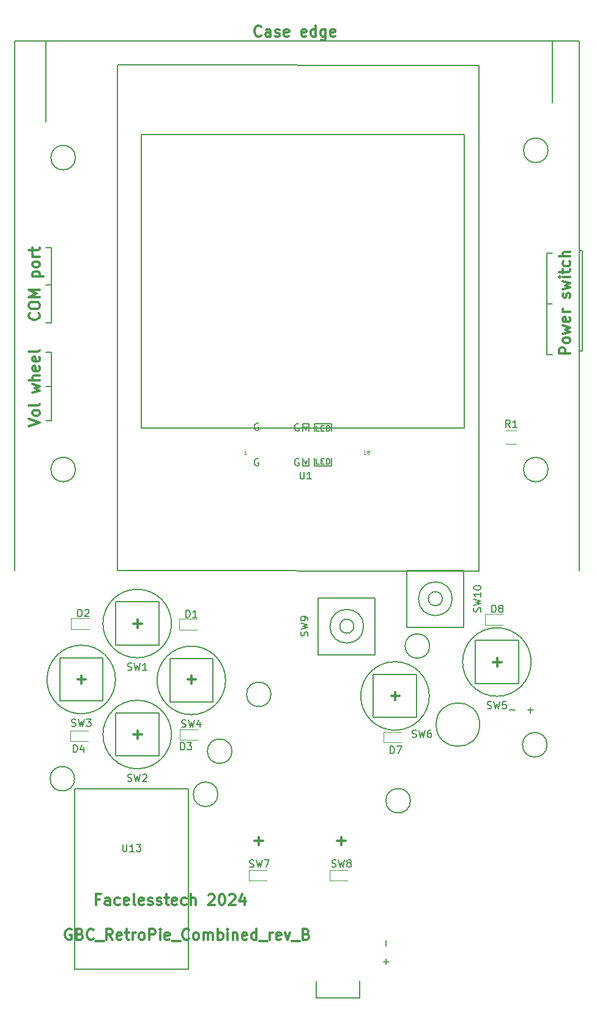
<source format=gbr>
%TF.GenerationSoftware,KiCad,Pcbnew,8.0.5*%
%TF.CreationDate,2024-11-18T11:08:29+00:00*%
%TF.ProjectId,gbc_retrozero_combined,6762635f-7265-4747-926f-7a65726f5f63,rev?*%
%TF.SameCoordinates,Original*%
%TF.FileFunction,Legend,Top*%
%TF.FilePolarity,Positive*%
%FSLAX46Y46*%
G04 Gerber Fmt 4.6, Leading zero omitted, Abs format (unit mm)*
G04 Created by KiCad (PCBNEW 8.0.5) date 2024-11-18 11:08:29*
%MOMM*%
%LPD*%
G01*
G04 APERTURE LIST*
%ADD10C,0.150000*%
%ADD11C,0.200000*%
%ADD12C,0.300000*%
%ADD13C,0.125000*%
%ADD14C,0.120000*%
G04 APERTURE END LIST*
D10*
X105240240Y-43410280D02*
X105240240Y-116735000D01*
X109548080Y-43410280D02*
X109548080Y-54586280D01*
D11*
X178890080Y-79795780D02*
X179652080Y-79795780D01*
X178890080Y-72747280D02*
X179652080Y-72747280D01*
X183766880Y-86310880D02*
X183335080Y-86310880D01*
X178890080Y-86844280D02*
X179652080Y-86844280D01*
X110310080Y-86463280D02*
X109548080Y-86463280D01*
X110310080Y-86463280D02*
X110310080Y-95988280D01*
X167460080Y-56364280D02*
X122756080Y-56364280D01*
X109548080Y-77192280D02*
X110310080Y-77192280D01*
D10*
X183340160Y-43405200D02*
X183340160Y-116729920D01*
D11*
X167460080Y-97004280D02*
X167460080Y-56364280D01*
X179652080Y-43410280D02*
X183360480Y-43410280D01*
X183766880Y-72417080D02*
X183766880Y-86310880D01*
D10*
X146964520Y-175907400D02*
X152964000Y-175907400D01*
D11*
X110310080Y-82399280D02*
X109548080Y-82399280D01*
X183360480Y-72417080D02*
X183766880Y-72417080D01*
D10*
X152964000Y-175892160D02*
X152969080Y-173545200D01*
X179652080Y-51919280D02*
X179652080Y-43410280D01*
D11*
X109548080Y-71985280D02*
X110310080Y-71985280D01*
X122756080Y-97004280D02*
X122756080Y-56364280D01*
X178890080Y-72747280D02*
X178890080Y-86844280D01*
D10*
X179652080Y-43410280D02*
X109548080Y-43410280D01*
D11*
X110310080Y-71985280D02*
X110310080Y-82399280D01*
D10*
X152964000Y-175841360D02*
X152964000Y-175836280D01*
D11*
X110310080Y-95988280D02*
X109548080Y-95988280D01*
D10*
X109548080Y-43410280D02*
X105242780Y-43410280D01*
D11*
X109548080Y-91225780D02*
X110310080Y-91225780D01*
X122756080Y-97004280D02*
X167460080Y-97004280D01*
D10*
X146964520Y-175902320D02*
X146969600Y-173555360D01*
D12*
X139350080Y-42612251D02*
X139278652Y-42683680D01*
X139278652Y-42683680D02*
X139064366Y-42755108D01*
X139064366Y-42755108D02*
X138921509Y-42755108D01*
X138921509Y-42755108D02*
X138707223Y-42683680D01*
X138707223Y-42683680D02*
X138564366Y-42540822D01*
X138564366Y-42540822D02*
X138492937Y-42397965D01*
X138492937Y-42397965D02*
X138421509Y-42112251D01*
X138421509Y-42112251D02*
X138421509Y-41897965D01*
X138421509Y-41897965D02*
X138492937Y-41612251D01*
X138492937Y-41612251D02*
X138564366Y-41469394D01*
X138564366Y-41469394D02*
X138707223Y-41326537D01*
X138707223Y-41326537D02*
X138921509Y-41255108D01*
X138921509Y-41255108D02*
X139064366Y-41255108D01*
X139064366Y-41255108D02*
X139278652Y-41326537D01*
X139278652Y-41326537D02*
X139350080Y-41397965D01*
X140635795Y-42755108D02*
X140635795Y-41969394D01*
X140635795Y-41969394D02*
X140564366Y-41826537D01*
X140564366Y-41826537D02*
X140421509Y-41755108D01*
X140421509Y-41755108D02*
X140135795Y-41755108D01*
X140135795Y-41755108D02*
X139992937Y-41826537D01*
X140635795Y-42683680D02*
X140492937Y-42755108D01*
X140492937Y-42755108D02*
X140135795Y-42755108D01*
X140135795Y-42755108D02*
X139992937Y-42683680D01*
X139992937Y-42683680D02*
X139921509Y-42540822D01*
X139921509Y-42540822D02*
X139921509Y-42397965D01*
X139921509Y-42397965D02*
X139992937Y-42255108D01*
X139992937Y-42255108D02*
X140135795Y-42183680D01*
X140135795Y-42183680D02*
X140492937Y-42183680D01*
X140492937Y-42183680D02*
X140635795Y-42112251D01*
X141278652Y-42683680D02*
X141421509Y-42755108D01*
X141421509Y-42755108D02*
X141707223Y-42755108D01*
X141707223Y-42755108D02*
X141850080Y-42683680D01*
X141850080Y-42683680D02*
X141921509Y-42540822D01*
X141921509Y-42540822D02*
X141921509Y-42469394D01*
X141921509Y-42469394D02*
X141850080Y-42326537D01*
X141850080Y-42326537D02*
X141707223Y-42255108D01*
X141707223Y-42255108D02*
X141492938Y-42255108D01*
X141492938Y-42255108D02*
X141350080Y-42183680D01*
X141350080Y-42183680D02*
X141278652Y-42040822D01*
X141278652Y-42040822D02*
X141278652Y-41969394D01*
X141278652Y-41969394D02*
X141350080Y-41826537D01*
X141350080Y-41826537D02*
X141492938Y-41755108D01*
X141492938Y-41755108D02*
X141707223Y-41755108D01*
X141707223Y-41755108D02*
X141850080Y-41826537D01*
X143135795Y-42683680D02*
X142992938Y-42755108D01*
X142992938Y-42755108D02*
X142707224Y-42755108D01*
X142707224Y-42755108D02*
X142564366Y-42683680D01*
X142564366Y-42683680D02*
X142492938Y-42540822D01*
X142492938Y-42540822D02*
X142492938Y-41969394D01*
X142492938Y-41969394D02*
X142564366Y-41826537D01*
X142564366Y-41826537D02*
X142707224Y-41755108D01*
X142707224Y-41755108D02*
X142992938Y-41755108D01*
X142992938Y-41755108D02*
X143135795Y-41826537D01*
X143135795Y-41826537D02*
X143207224Y-41969394D01*
X143207224Y-41969394D02*
X143207224Y-42112251D01*
X143207224Y-42112251D02*
X142492938Y-42255108D01*
X145564366Y-42683680D02*
X145421509Y-42755108D01*
X145421509Y-42755108D02*
X145135795Y-42755108D01*
X145135795Y-42755108D02*
X144992937Y-42683680D01*
X144992937Y-42683680D02*
X144921509Y-42540822D01*
X144921509Y-42540822D02*
X144921509Y-41969394D01*
X144921509Y-41969394D02*
X144992937Y-41826537D01*
X144992937Y-41826537D02*
X145135795Y-41755108D01*
X145135795Y-41755108D02*
X145421509Y-41755108D01*
X145421509Y-41755108D02*
X145564366Y-41826537D01*
X145564366Y-41826537D02*
X145635795Y-41969394D01*
X145635795Y-41969394D02*
X145635795Y-42112251D01*
X145635795Y-42112251D02*
X144921509Y-42255108D01*
X146921509Y-42755108D02*
X146921509Y-41255108D01*
X146921509Y-42683680D02*
X146778651Y-42755108D01*
X146778651Y-42755108D02*
X146492937Y-42755108D01*
X146492937Y-42755108D02*
X146350080Y-42683680D01*
X146350080Y-42683680D02*
X146278651Y-42612251D01*
X146278651Y-42612251D02*
X146207223Y-42469394D01*
X146207223Y-42469394D02*
X146207223Y-42040822D01*
X146207223Y-42040822D02*
X146278651Y-41897965D01*
X146278651Y-41897965D02*
X146350080Y-41826537D01*
X146350080Y-41826537D02*
X146492937Y-41755108D01*
X146492937Y-41755108D02*
X146778651Y-41755108D01*
X146778651Y-41755108D02*
X146921509Y-41826537D01*
X148278652Y-41755108D02*
X148278652Y-42969394D01*
X148278652Y-42969394D02*
X148207223Y-43112251D01*
X148207223Y-43112251D02*
X148135794Y-43183680D01*
X148135794Y-43183680D02*
X147992937Y-43255108D01*
X147992937Y-43255108D02*
X147778652Y-43255108D01*
X147778652Y-43255108D02*
X147635794Y-43183680D01*
X148278652Y-42683680D02*
X148135794Y-42755108D01*
X148135794Y-42755108D02*
X147850080Y-42755108D01*
X147850080Y-42755108D02*
X147707223Y-42683680D01*
X147707223Y-42683680D02*
X147635794Y-42612251D01*
X147635794Y-42612251D02*
X147564366Y-42469394D01*
X147564366Y-42469394D02*
X147564366Y-42040822D01*
X147564366Y-42040822D02*
X147635794Y-41897965D01*
X147635794Y-41897965D02*
X147707223Y-41826537D01*
X147707223Y-41826537D02*
X147850080Y-41755108D01*
X147850080Y-41755108D02*
X148135794Y-41755108D01*
X148135794Y-41755108D02*
X148278652Y-41826537D01*
X149564366Y-42683680D02*
X149421509Y-42755108D01*
X149421509Y-42755108D02*
X149135795Y-42755108D01*
X149135795Y-42755108D02*
X148992937Y-42683680D01*
X148992937Y-42683680D02*
X148921509Y-42540822D01*
X148921509Y-42540822D02*
X148921509Y-41969394D01*
X148921509Y-41969394D02*
X148992937Y-41826537D01*
X148992937Y-41826537D02*
X149135795Y-41755108D01*
X149135795Y-41755108D02*
X149421509Y-41755108D01*
X149421509Y-41755108D02*
X149564366Y-41826537D01*
X149564366Y-41826537D02*
X149635795Y-41969394D01*
X149635795Y-41969394D02*
X149635795Y-42112251D01*
X149635795Y-42112251D02*
X148921509Y-42255108D01*
X171442571Y-129384980D02*
X172585429Y-129384980D01*
X172014000Y-129956408D02*
X172014000Y-128813551D01*
X182108408Y-86640994D02*
X180608408Y-86640994D01*
X180608408Y-86640994D02*
X180608408Y-86069565D01*
X180608408Y-86069565D02*
X180679837Y-85926708D01*
X180679837Y-85926708D02*
X180751265Y-85855279D01*
X180751265Y-85855279D02*
X180894122Y-85783851D01*
X180894122Y-85783851D02*
X181108408Y-85783851D01*
X181108408Y-85783851D02*
X181251265Y-85855279D01*
X181251265Y-85855279D02*
X181322694Y-85926708D01*
X181322694Y-85926708D02*
X181394122Y-86069565D01*
X181394122Y-86069565D02*
X181394122Y-86640994D01*
X182108408Y-84926708D02*
X182036980Y-85069565D01*
X182036980Y-85069565D02*
X181965551Y-85140994D01*
X181965551Y-85140994D02*
X181822694Y-85212422D01*
X181822694Y-85212422D02*
X181394122Y-85212422D01*
X181394122Y-85212422D02*
X181251265Y-85140994D01*
X181251265Y-85140994D02*
X181179837Y-85069565D01*
X181179837Y-85069565D02*
X181108408Y-84926708D01*
X181108408Y-84926708D02*
X181108408Y-84712422D01*
X181108408Y-84712422D02*
X181179837Y-84569565D01*
X181179837Y-84569565D02*
X181251265Y-84498137D01*
X181251265Y-84498137D02*
X181394122Y-84426708D01*
X181394122Y-84426708D02*
X181822694Y-84426708D01*
X181822694Y-84426708D02*
X181965551Y-84498137D01*
X181965551Y-84498137D02*
X182036980Y-84569565D01*
X182036980Y-84569565D02*
X182108408Y-84712422D01*
X182108408Y-84712422D02*
X182108408Y-84926708D01*
X181108408Y-83926708D02*
X182108408Y-83640994D01*
X182108408Y-83640994D02*
X181394122Y-83355279D01*
X181394122Y-83355279D02*
X182108408Y-83069565D01*
X182108408Y-83069565D02*
X181108408Y-82783851D01*
X182036980Y-81640993D02*
X182108408Y-81783850D01*
X182108408Y-81783850D02*
X182108408Y-82069565D01*
X182108408Y-82069565D02*
X182036980Y-82212422D01*
X182036980Y-82212422D02*
X181894122Y-82283850D01*
X181894122Y-82283850D02*
X181322694Y-82283850D01*
X181322694Y-82283850D02*
X181179837Y-82212422D01*
X181179837Y-82212422D02*
X181108408Y-82069565D01*
X181108408Y-82069565D02*
X181108408Y-81783850D01*
X181108408Y-81783850D02*
X181179837Y-81640993D01*
X181179837Y-81640993D02*
X181322694Y-81569565D01*
X181322694Y-81569565D02*
X181465551Y-81569565D01*
X181465551Y-81569565D02*
X181608408Y-82283850D01*
X182108408Y-80926708D02*
X181108408Y-80926708D01*
X181394122Y-80926708D02*
X181251265Y-80855279D01*
X181251265Y-80855279D02*
X181179837Y-80783851D01*
X181179837Y-80783851D02*
X181108408Y-80640993D01*
X181108408Y-80640993D02*
X181108408Y-80498136D01*
X182036980Y-78926708D02*
X182108408Y-78783851D01*
X182108408Y-78783851D02*
X182108408Y-78498137D01*
X182108408Y-78498137D02*
X182036980Y-78355280D01*
X182036980Y-78355280D02*
X181894122Y-78283851D01*
X181894122Y-78283851D02*
X181822694Y-78283851D01*
X181822694Y-78283851D02*
X181679837Y-78355280D01*
X181679837Y-78355280D02*
X181608408Y-78498137D01*
X181608408Y-78498137D02*
X181608408Y-78712423D01*
X181608408Y-78712423D02*
X181536980Y-78855280D01*
X181536980Y-78855280D02*
X181394122Y-78926708D01*
X181394122Y-78926708D02*
X181322694Y-78926708D01*
X181322694Y-78926708D02*
X181179837Y-78855280D01*
X181179837Y-78855280D02*
X181108408Y-78712423D01*
X181108408Y-78712423D02*
X181108408Y-78498137D01*
X181108408Y-78498137D02*
X181179837Y-78355280D01*
X181108408Y-77783851D02*
X182108408Y-77498137D01*
X182108408Y-77498137D02*
X181394122Y-77212422D01*
X181394122Y-77212422D02*
X182108408Y-76926708D01*
X182108408Y-76926708D02*
X181108408Y-76640994D01*
X182108408Y-76069565D02*
X181108408Y-76069565D01*
X180608408Y-76069565D02*
X180679837Y-76140993D01*
X180679837Y-76140993D02*
X180751265Y-76069565D01*
X180751265Y-76069565D02*
X180679837Y-75998136D01*
X180679837Y-75998136D02*
X180608408Y-76069565D01*
X180608408Y-76069565D02*
X180751265Y-76069565D01*
X181108408Y-75569564D02*
X181108408Y-74998136D01*
X180608408Y-75355279D02*
X181894122Y-75355279D01*
X181894122Y-75355279D02*
X182036980Y-75283850D01*
X182036980Y-75283850D02*
X182108408Y-75140993D01*
X182108408Y-75140993D02*
X182108408Y-74998136D01*
X182036980Y-73855279D02*
X182108408Y-73998136D01*
X182108408Y-73998136D02*
X182108408Y-74283850D01*
X182108408Y-74283850D02*
X182036980Y-74426707D01*
X182036980Y-74426707D02*
X181965551Y-74498136D01*
X181965551Y-74498136D02*
X181822694Y-74569564D01*
X181822694Y-74569564D02*
X181394122Y-74569564D01*
X181394122Y-74569564D02*
X181251265Y-74498136D01*
X181251265Y-74498136D02*
X181179837Y-74426707D01*
X181179837Y-74426707D02*
X181108408Y-74283850D01*
X181108408Y-74283850D02*
X181108408Y-73998136D01*
X181108408Y-73998136D02*
X181179837Y-73855279D01*
X182108408Y-73212422D02*
X180608408Y-73212422D01*
X182108408Y-72569565D02*
X181322694Y-72569565D01*
X181322694Y-72569565D02*
X181179837Y-72640993D01*
X181179837Y-72640993D02*
X181108408Y-72783850D01*
X181108408Y-72783850D02*
X181108408Y-72998136D01*
X181108408Y-72998136D02*
X181179837Y-73140993D01*
X181179837Y-73140993D02*
X181251265Y-73212422D01*
X149852571Y-154149980D02*
X150995429Y-154149980D01*
X150424000Y-154721408D02*
X150424000Y-153578551D01*
X157345571Y-134083980D02*
X158488429Y-134083980D01*
X157917000Y-134655408D02*
X157917000Y-133512551D01*
X121658571Y-124050980D02*
X122801429Y-124050980D01*
X122230000Y-124622408D02*
X122230000Y-123479551D01*
X129151571Y-131797980D02*
X130294429Y-131797980D01*
X129723000Y-132369408D02*
X129723000Y-131226551D01*
X121658571Y-139417980D02*
X122801429Y-139417980D01*
X122230000Y-139989408D02*
X122230000Y-138846551D01*
X113911571Y-131797980D02*
X115054429Y-131797980D01*
X114483000Y-132369408D02*
X114483000Y-131226551D01*
X108559551Y-81065280D02*
X108630980Y-81136708D01*
X108630980Y-81136708D02*
X108702408Y-81350994D01*
X108702408Y-81350994D02*
X108702408Y-81493851D01*
X108702408Y-81493851D02*
X108630980Y-81708137D01*
X108630980Y-81708137D02*
X108488122Y-81850994D01*
X108488122Y-81850994D02*
X108345265Y-81922423D01*
X108345265Y-81922423D02*
X108059551Y-81993851D01*
X108059551Y-81993851D02*
X107845265Y-81993851D01*
X107845265Y-81993851D02*
X107559551Y-81922423D01*
X107559551Y-81922423D02*
X107416694Y-81850994D01*
X107416694Y-81850994D02*
X107273837Y-81708137D01*
X107273837Y-81708137D02*
X107202408Y-81493851D01*
X107202408Y-81493851D02*
X107202408Y-81350994D01*
X107202408Y-81350994D02*
X107273837Y-81136708D01*
X107273837Y-81136708D02*
X107345265Y-81065280D01*
X107202408Y-80136708D02*
X107202408Y-79850994D01*
X107202408Y-79850994D02*
X107273837Y-79708137D01*
X107273837Y-79708137D02*
X107416694Y-79565280D01*
X107416694Y-79565280D02*
X107702408Y-79493851D01*
X107702408Y-79493851D02*
X108202408Y-79493851D01*
X108202408Y-79493851D02*
X108488122Y-79565280D01*
X108488122Y-79565280D02*
X108630980Y-79708137D01*
X108630980Y-79708137D02*
X108702408Y-79850994D01*
X108702408Y-79850994D02*
X108702408Y-80136708D01*
X108702408Y-80136708D02*
X108630980Y-80279566D01*
X108630980Y-80279566D02*
X108488122Y-80422423D01*
X108488122Y-80422423D02*
X108202408Y-80493851D01*
X108202408Y-80493851D02*
X107702408Y-80493851D01*
X107702408Y-80493851D02*
X107416694Y-80422423D01*
X107416694Y-80422423D02*
X107273837Y-80279566D01*
X107273837Y-80279566D02*
X107202408Y-80136708D01*
X108702408Y-78850994D02*
X107202408Y-78850994D01*
X107202408Y-78850994D02*
X108273837Y-78350994D01*
X108273837Y-78350994D02*
X107202408Y-77850994D01*
X107202408Y-77850994D02*
X108702408Y-77850994D01*
X107702408Y-75993851D02*
X109202408Y-75993851D01*
X107773837Y-75993851D02*
X107702408Y-75850994D01*
X107702408Y-75850994D02*
X107702408Y-75565279D01*
X107702408Y-75565279D02*
X107773837Y-75422422D01*
X107773837Y-75422422D02*
X107845265Y-75350994D01*
X107845265Y-75350994D02*
X107988122Y-75279565D01*
X107988122Y-75279565D02*
X108416694Y-75279565D01*
X108416694Y-75279565D02*
X108559551Y-75350994D01*
X108559551Y-75350994D02*
X108630980Y-75422422D01*
X108630980Y-75422422D02*
X108702408Y-75565279D01*
X108702408Y-75565279D02*
X108702408Y-75850994D01*
X108702408Y-75850994D02*
X108630980Y-75993851D01*
X108702408Y-74422422D02*
X108630980Y-74565279D01*
X108630980Y-74565279D02*
X108559551Y-74636708D01*
X108559551Y-74636708D02*
X108416694Y-74708136D01*
X108416694Y-74708136D02*
X107988122Y-74708136D01*
X107988122Y-74708136D02*
X107845265Y-74636708D01*
X107845265Y-74636708D02*
X107773837Y-74565279D01*
X107773837Y-74565279D02*
X107702408Y-74422422D01*
X107702408Y-74422422D02*
X107702408Y-74208136D01*
X107702408Y-74208136D02*
X107773837Y-74065279D01*
X107773837Y-74065279D02*
X107845265Y-73993851D01*
X107845265Y-73993851D02*
X107988122Y-73922422D01*
X107988122Y-73922422D02*
X108416694Y-73922422D01*
X108416694Y-73922422D02*
X108559551Y-73993851D01*
X108559551Y-73993851D02*
X108630980Y-74065279D01*
X108630980Y-74065279D02*
X108702408Y-74208136D01*
X108702408Y-74208136D02*
X108702408Y-74422422D01*
X108702408Y-73279565D02*
X107702408Y-73279565D01*
X107988122Y-73279565D02*
X107845265Y-73208136D01*
X107845265Y-73208136D02*
X107773837Y-73136708D01*
X107773837Y-73136708D02*
X107702408Y-72993850D01*
X107702408Y-72993850D02*
X107702408Y-72850993D01*
X107702408Y-72565279D02*
X107702408Y-71993851D01*
X107202408Y-72350994D02*
X108488122Y-72350994D01*
X108488122Y-72350994D02*
X108630980Y-72279565D01*
X108630980Y-72279565D02*
X108702408Y-72136708D01*
X108702408Y-72136708D02*
X108702408Y-71993851D01*
X138422571Y-154149980D02*
X139565429Y-154149980D01*
X138994000Y-154721408D02*
X138994000Y-153578551D01*
X107202408Y-96701993D02*
X108702408Y-96201993D01*
X108702408Y-96201993D02*
X107202408Y-95701993D01*
X108702408Y-94987708D02*
X108630980Y-95130565D01*
X108630980Y-95130565D02*
X108559551Y-95201994D01*
X108559551Y-95201994D02*
X108416694Y-95273422D01*
X108416694Y-95273422D02*
X107988122Y-95273422D01*
X107988122Y-95273422D02*
X107845265Y-95201994D01*
X107845265Y-95201994D02*
X107773837Y-95130565D01*
X107773837Y-95130565D02*
X107702408Y-94987708D01*
X107702408Y-94987708D02*
X107702408Y-94773422D01*
X107702408Y-94773422D02*
X107773837Y-94630565D01*
X107773837Y-94630565D02*
X107845265Y-94559137D01*
X107845265Y-94559137D02*
X107988122Y-94487708D01*
X107988122Y-94487708D02*
X108416694Y-94487708D01*
X108416694Y-94487708D02*
X108559551Y-94559137D01*
X108559551Y-94559137D02*
X108630980Y-94630565D01*
X108630980Y-94630565D02*
X108702408Y-94773422D01*
X108702408Y-94773422D02*
X108702408Y-94987708D01*
X108702408Y-93630565D02*
X108630980Y-93773422D01*
X108630980Y-93773422D02*
X108488122Y-93844851D01*
X108488122Y-93844851D02*
X107202408Y-93844851D01*
X107702408Y-92059137D02*
X108702408Y-91773423D01*
X108702408Y-91773423D02*
X107988122Y-91487708D01*
X107988122Y-91487708D02*
X108702408Y-91201994D01*
X108702408Y-91201994D02*
X107702408Y-90916280D01*
X108702408Y-90344851D02*
X107202408Y-90344851D01*
X108702408Y-89701994D02*
X107916694Y-89701994D01*
X107916694Y-89701994D02*
X107773837Y-89773422D01*
X107773837Y-89773422D02*
X107702408Y-89916279D01*
X107702408Y-89916279D02*
X107702408Y-90130565D01*
X107702408Y-90130565D02*
X107773837Y-90273422D01*
X107773837Y-90273422D02*
X107845265Y-90344851D01*
X108630980Y-88416279D02*
X108702408Y-88559136D01*
X108702408Y-88559136D02*
X108702408Y-88844851D01*
X108702408Y-88844851D02*
X108630980Y-88987708D01*
X108630980Y-88987708D02*
X108488122Y-89059136D01*
X108488122Y-89059136D02*
X107916694Y-89059136D01*
X107916694Y-89059136D02*
X107773837Y-88987708D01*
X107773837Y-88987708D02*
X107702408Y-88844851D01*
X107702408Y-88844851D02*
X107702408Y-88559136D01*
X107702408Y-88559136D02*
X107773837Y-88416279D01*
X107773837Y-88416279D02*
X107916694Y-88344851D01*
X107916694Y-88344851D02*
X108059551Y-88344851D01*
X108059551Y-88344851D02*
X108202408Y-89059136D01*
X108630980Y-87130565D02*
X108702408Y-87273422D01*
X108702408Y-87273422D02*
X108702408Y-87559137D01*
X108702408Y-87559137D02*
X108630980Y-87701994D01*
X108630980Y-87701994D02*
X108488122Y-87773422D01*
X108488122Y-87773422D02*
X107916694Y-87773422D01*
X107916694Y-87773422D02*
X107773837Y-87701994D01*
X107773837Y-87701994D02*
X107702408Y-87559137D01*
X107702408Y-87559137D02*
X107702408Y-87273422D01*
X107702408Y-87273422D02*
X107773837Y-87130565D01*
X107773837Y-87130565D02*
X107916694Y-87059137D01*
X107916694Y-87059137D02*
X108059551Y-87059137D01*
X108059551Y-87059137D02*
X108202408Y-87773422D01*
X108702408Y-86201994D02*
X108630980Y-86344851D01*
X108630980Y-86344851D02*
X108488122Y-86416280D01*
X108488122Y-86416280D02*
X107202408Y-86416280D01*
X113068401Y-166405337D02*
X112925544Y-166333908D01*
X112925544Y-166333908D02*
X112711258Y-166333908D01*
X112711258Y-166333908D02*
X112496972Y-166405337D01*
X112496972Y-166405337D02*
X112354115Y-166548194D01*
X112354115Y-166548194D02*
X112282686Y-166691051D01*
X112282686Y-166691051D02*
X112211258Y-166976765D01*
X112211258Y-166976765D02*
X112211258Y-167191051D01*
X112211258Y-167191051D02*
X112282686Y-167476765D01*
X112282686Y-167476765D02*
X112354115Y-167619622D01*
X112354115Y-167619622D02*
X112496972Y-167762480D01*
X112496972Y-167762480D02*
X112711258Y-167833908D01*
X112711258Y-167833908D02*
X112854115Y-167833908D01*
X112854115Y-167833908D02*
X113068401Y-167762480D01*
X113068401Y-167762480D02*
X113139829Y-167691051D01*
X113139829Y-167691051D02*
X113139829Y-167191051D01*
X113139829Y-167191051D02*
X112854115Y-167191051D01*
X114282686Y-167048194D02*
X114496972Y-167119622D01*
X114496972Y-167119622D02*
X114568401Y-167191051D01*
X114568401Y-167191051D02*
X114639829Y-167333908D01*
X114639829Y-167333908D02*
X114639829Y-167548194D01*
X114639829Y-167548194D02*
X114568401Y-167691051D01*
X114568401Y-167691051D02*
X114496972Y-167762480D01*
X114496972Y-167762480D02*
X114354115Y-167833908D01*
X114354115Y-167833908D02*
X113782686Y-167833908D01*
X113782686Y-167833908D02*
X113782686Y-166333908D01*
X113782686Y-166333908D02*
X114282686Y-166333908D01*
X114282686Y-166333908D02*
X114425544Y-166405337D01*
X114425544Y-166405337D02*
X114496972Y-166476765D01*
X114496972Y-166476765D02*
X114568401Y-166619622D01*
X114568401Y-166619622D02*
X114568401Y-166762480D01*
X114568401Y-166762480D02*
X114496972Y-166905337D01*
X114496972Y-166905337D02*
X114425544Y-166976765D01*
X114425544Y-166976765D02*
X114282686Y-167048194D01*
X114282686Y-167048194D02*
X113782686Y-167048194D01*
X116139829Y-167691051D02*
X116068401Y-167762480D01*
X116068401Y-167762480D02*
X115854115Y-167833908D01*
X115854115Y-167833908D02*
X115711258Y-167833908D01*
X115711258Y-167833908D02*
X115496972Y-167762480D01*
X115496972Y-167762480D02*
X115354115Y-167619622D01*
X115354115Y-167619622D02*
X115282686Y-167476765D01*
X115282686Y-167476765D02*
X115211258Y-167191051D01*
X115211258Y-167191051D02*
X115211258Y-166976765D01*
X115211258Y-166976765D02*
X115282686Y-166691051D01*
X115282686Y-166691051D02*
X115354115Y-166548194D01*
X115354115Y-166548194D02*
X115496972Y-166405337D01*
X115496972Y-166405337D02*
X115711258Y-166333908D01*
X115711258Y-166333908D02*
X115854115Y-166333908D01*
X115854115Y-166333908D02*
X116068401Y-166405337D01*
X116068401Y-166405337D02*
X116139829Y-166476765D01*
X116425544Y-167976765D02*
X117568401Y-167976765D01*
X118782686Y-167833908D02*
X118282686Y-167119622D01*
X117925543Y-167833908D02*
X117925543Y-166333908D01*
X117925543Y-166333908D02*
X118496972Y-166333908D01*
X118496972Y-166333908D02*
X118639829Y-166405337D01*
X118639829Y-166405337D02*
X118711258Y-166476765D01*
X118711258Y-166476765D02*
X118782686Y-166619622D01*
X118782686Y-166619622D02*
X118782686Y-166833908D01*
X118782686Y-166833908D02*
X118711258Y-166976765D01*
X118711258Y-166976765D02*
X118639829Y-167048194D01*
X118639829Y-167048194D02*
X118496972Y-167119622D01*
X118496972Y-167119622D02*
X117925543Y-167119622D01*
X119996972Y-167762480D02*
X119854115Y-167833908D01*
X119854115Y-167833908D02*
X119568401Y-167833908D01*
X119568401Y-167833908D02*
X119425543Y-167762480D01*
X119425543Y-167762480D02*
X119354115Y-167619622D01*
X119354115Y-167619622D02*
X119354115Y-167048194D01*
X119354115Y-167048194D02*
X119425543Y-166905337D01*
X119425543Y-166905337D02*
X119568401Y-166833908D01*
X119568401Y-166833908D02*
X119854115Y-166833908D01*
X119854115Y-166833908D02*
X119996972Y-166905337D01*
X119996972Y-166905337D02*
X120068401Y-167048194D01*
X120068401Y-167048194D02*
X120068401Y-167191051D01*
X120068401Y-167191051D02*
X119354115Y-167333908D01*
X120496972Y-166833908D02*
X121068400Y-166833908D01*
X120711257Y-166333908D02*
X120711257Y-167619622D01*
X120711257Y-167619622D02*
X120782686Y-167762480D01*
X120782686Y-167762480D02*
X120925543Y-167833908D01*
X120925543Y-167833908D02*
X121068400Y-167833908D01*
X121568400Y-167833908D02*
X121568400Y-166833908D01*
X121568400Y-167119622D02*
X121639829Y-166976765D01*
X121639829Y-166976765D02*
X121711258Y-166905337D01*
X121711258Y-166905337D02*
X121854115Y-166833908D01*
X121854115Y-166833908D02*
X121996972Y-166833908D01*
X122711257Y-167833908D02*
X122568400Y-167762480D01*
X122568400Y-167762480D02*
X122496971Y-167691051D01*
X122496971Y-167691051D02*
X122425543Y-167548194D01*
X122425543Y-167548194D02*
X122425543Y-167119622D01*
X122425543Y-167119622D02*
X122496971Y-166976765D01*
X122496971Y-166976765D02*
X122568400Y-166905337D01*
X122568400Y-166905337D02*
X122711257Y-166833908D01*
X122711257Y-166833908D02*
X122925543Y-166833908D01*
X122925543Y-166833908D02*
X123068400Y-166905337D01*
X123068400Y-166905337D02*
X123139829Y-166976765D01*
X123139829Y-166976765D02*
X123211257Y-167119622D01*
X123211257Y-167119622D02*
X123211257Y-167548194D01*
X123211257Y-167548194D02*
X123139829Y-167691051D01*
X123139829Y-167691051D02*
X123068400Y-167762480D01*
X123068400Y-167762480D02*
X122925543Y-167833908D01*
X122925543Y-167833908D02*
X122711257Y-167833908D01*
X123854114Y-167833908D02*
X123854114Y-166333908D01*
X123854114Y-166333908D02*
X124425543Y-166333908D01*
X124425543Y-166333908D02*
X124568400Y-166405337D01*
X124568400Y-166405337D02*
X124639829Y-166476765D01*
X124639829Y-166476765D02*
X124711257Y-166619622D01*
X124711257Y-166619622D02*
X124711257Y-166833908D01*
X124711257Y-166833908D02*
X124639829Y-166976765D01*
X124639829Y-166976765D02*
X124568400Y-167048194D01*
X124568400Y-167048194D02*
X124425543Y-167119622D01*
X124425543Y-167119622D02*
X123854114Y-167119622D01*
X125354114Y-167833908D02*
X125354114Y-166833908D01*
X125354114Y-166333908D02*
X125282686Y-166405337D01*
X125282686Y-166405337D02*
X125354114Y-166476765D01*
X125354114Y-166476765D02*
X125425543Y-166405337D01*
X125425543Y-166405337D02*
X125354114Y-166333908D01*
X125354114Y-166333908D02*
X125354114Y-166476765D01*
X126639829Y-167762480D02*
X126496972Y-167833908D01*
X126496972Y-167833908D02*
X126211258Y-167833908D01*
X126211258Y-167833908D02*
X126068400Y-167762480D01*
X126068400Y-167762480D02*
X125996972Y-167619622D01*
X125996972Y-167619622D02*
X125996972Y-167048194D01*
X125996972Y-167048194D02*
X126068400Y-166905337D01*
X126068400Y-166905337D02*
X126211258Y-166833908D01*
X126211258Y-166833908D02*
X126496972Y-166833908D01*
X126496972Y-166833908D02*
X126639829Y-166905337D01*
X126639829Y-166905337D02*
X126711258Y-167048194D01*
X126711258Y-167048194D02*
X126711258Y-167191051D01*
X126711258Y-167191051D02*
X125996972Y-167333908D01*
X126996972Y-167976765D02*
X128139829Y-167976765D01*
X129354114Y-167691051D02*
X129282686Y-167762480D01*
X129282686Y-167762480D02*
X129068400Y-167833908D01*
X129068400Y-167833908D02*
X128925543Y-167833908D01*
X128925543Y-167833908D02*
X128711257Y-167762480D01*
X128711257Y-167762480D02*
X128568400Y-167619622D01*
X128568400Y-167619622D02*
X128496971Y-167476765D01*
X128496971Y-167476765D02*
X128425543Y-167191051D01*
X128425543Y-167191051D02*
X128425543Y-166976765D01*
X128425543Y-166976765D02*
X128496971Y-166691051D01*
X128496971Y-166691051D02*
X128568400Y-166548194D01*
X128568400Y-166548194D02*
X128711257Y-166405337D01*
X128711257Y-166405337D02*
X128925543Y-166333908D01*
X128925543Y-166333908D02*
X129068400Y-166333908D01*
X129068400Y-166333908D02*
X129282686Y-166405337D01*
X129282686Y-166405337D02*
X129354114Y-166476765D01*
X130211257Y-167833908D02*
X130068400Y-167762480D01*
X130068400Y-167762480D02*
X129996971Y-167691051D01*
X129996971Y-167691051D02*
X129925543Y-167548194D01*
X129925543Y-167548194D02*
X129925543Y-167119622D01*
X129925543Y-167119622D02*
X129996971Y-166976765D01*
X129996971Y-166976765D02*
X130068400Y-166905337D01*
X130068400Y-166905337D02*
X130211257Y-166833908D01*
X130211257Y-166833908D02*
X130425543Y-166833908D01*
X130425543Y-166833908D02*
X130568400Y-166905337D01*
X130568400Y-166905337D02*
X130639829Y-166976765D01*
X130639829Y-166976765D02*
X130711257Y-167119622D01*
X130711257Y-167119622D02*
X130711257Y-167548194D01*
X130711257Y-167548194D02*
X130639829Y-167691051D01*
X130639829Y-167691051D02*
X130568400Y-167762480D01*
X130568400Y-167762480D02*
X130425543Y-167833908D01*
X130425543Y-167833908D02*
X130211257Y-167833908D01*
X131354114Y-167833908D02*
X131354114Y-166833908D01*
X131354114Y-166976765D02*
X131425543Y-166905337D01*
X131425543Y-166905337D02*
X131568400Y-166833908D01*
X131568400Y-166833908D02*
X131782686Y-166833908D01*
X131782686Y-166833908D02*
X131925543Y-166905337D01*
X131925543Y-166905337D02*
X131996972Y-167048194D01*
X131996972Y-167048194D02*
X131996972Y-167833908D01*
X131996972Y-167048194D02*
X132068400Y-166905337D01*
X132068400Y-166905337D02*
X132211257Y-166833908D01*
X132211257Y-166833908D02*
X132425543Y-166833908D01*
X132425543Y-166833908D02*
X132568400Y-166905337D01*
X132568400Y-166905337D02*
X132639829Y-167048194D01*
X132639829Y-167048194D02*
X132639829Y-167833908D01*
X133354114Y-167833908D02*
X133354114Y-166333908D01*
X133354114Y-166905337D02*
X133496972Y-166833908D01*
X133496972Y-166833908D02*
X133782686Y-166833908D01*
X133782686Y-166833908D02*
X133925543Y-166905337D01*
X133925543Y-166905337D02*
X133996972Y-166976765D01*
X133996972Y-166976765D02*
X134068400Y-167119622D01*
X134068400Y-167119622D02*
X134068400Y-167548194D01*
X134068400Y-167548194D02*
X133996972Y-167691051D01*
X133996972Y-167691051D02*
X133925543Y-167762480D01*
X133925543Y-167762480D02*
X133782686Y-167833908D01*
X133782686Y-167833908D02*
X133496972Y-167833908D01*
X133496972Y-167833908D02*
X133354114Y-167762480D01*
X134711257Y-167833908D02*
X134711257Y-166833908D01*
X134711257Y-166333908D02*
X134639829Y-166405337D01*
X134639829Y-166405337D02*
X134711257Y-166476765D01*
X134711257Y-166476765D02*
X134782686Y-166405337D01*
X134782686Y-166405337D02*
X134711257Y-166333908D01*
X134711257Y-166333908D02*
X134711257Y-166476765D01*
X135425543Y-166833908D02*
X135425543Y-167833908D01*
X135425543Y-166976765D02*
X135496972Y-166905337D01*
X135496972Y-166905337D02*
X135639829Y-166833908D01*
X135639829Y-166833908D02*
X135854115Y-166833908D01*
X135854115Y-166833908D02*
X135996972Y-166905337D01*
X135996972Y-166905337D02*
X136068401Y-167048194D01*
X136068401Y-167048194D02*
X136068401Y-167833908D01*
X137354115Y-167762480D02*
X137211258Y-167833908D01*
X137211258Y-167833908D02*
X136925544Y-167833908D01*
X136925544Y-167833908D02*
X136782686Y-167762480D01*
X136782686Y-167762480D02*
X136711258Y-167619622D01*
X136711258Y-167619622D02*
X136711258Y-167048194D01*
X136711258Y-167048194D02*
X136782686Y-166905337D01*
X136782686Y-166905337D02*
X136925544Y-166833908D01*
X136925544Y-166833908D02*
X137211258Y-166833908D01*
X137211258Y-166833908D02*
X137354115Y-166905337D01*
X137354115Y-166905337D02*
X137425544Y-167048194D01*
X137425544Y-167048194D02*
X137425544Y-167191051D01*
X137425544Y-167191051D02*
X136711258Y-167333908D01*
X138711258Y-167833908D02*
X138711258Y-166333908D01*
X138711258Y-167762480D02*
X138568400Y-167833908D01*
X138568400Y-167833908D02*
X138282686Y-167833908D01*
X138282686Y-167833908D02*
X138139829Y-167762480D01*
X138139829Y-167762480D02*
X138068400Y-167691051D01*
X138068400Y-167691051D02*
X137996972Y-167548194D01*
X137996972Y-167548194D02*
X137996972Y-167119622D01*
X137996972Y-167119622D02*
X138068400Y-166976765D01*
X138068400Y-166976765D02*
X138139829Y-166905337D01*
X138139829Y-166905337D02*
X138282686Y-166833908D01*
X138282686Y-166833908D02*
X138568400Y-166833908D01*
X138568400Y-166833908D02*
X138711258Y-166905337D01*
X139068401Y-167976765D02*
X140211258Y-167976765D01*
X140568400Y-167833908D02*
X140568400Y-166833908D01*
X140568400Y-167119622D02*
X140639829Y-166976765D01*
X140639829Y-166976765D02*
X140711258Y-166905337D01*
X140711258Y-166905337D02*
X140854115Y-166833908D01*
X140854115Y-166833908D02*
X140996972Y-166833908D01*
X142068400Y-167762480D02*
X141925543Y-167833908D01*
X141925543Y-167833908D02*
X141639829Y-167833908D01*
X141639829Y-167833908D02*
X141496971Y-167762480D01*
X141496971Y-167762480D02*
X141425543Y-167619622D01*
X141425543Y-167619622D02*
X141425543Y-167048194D01*
X141425543Y-167048194D02*
X141496971Y-166905337D01*
X141496971Y-166905337D02*
X141639829Y-166833908D01*
X141639829Y-166833908D02*
X141925543Y-166833908D01*
X141925543Y-166833908D02*
X142068400Y-166905337D01*
X142068400Y-166905337D02*
X142139829Y-167048194D01*
X142139829Y-167048194D02*
X142139829Y-167191051D01*
X142139829Y-167191051D02*
X141425543Y-167333908D01*
X142639828Y-166833908D02*
X142996971Y-167833908D01*
X142996971Y-167833908D02*
X143354114Y-166833908D01*
X143568400Y-167976765D02*
X144711257Y-167976765D01*
X145568399Y-167048194D02*
X145782685Y-167119622D01*
X145782685Y-167119622D02*
X145854114Y-167191051D01*
X145854114Y-167191051D02*
X145925542Y-167333908D01*
X145925542Y-167333908D02*
X145925542Y-167548194D01*
X145925542Y-167548194D02*
X145854114Y-167691051D01*
X145854114Y-167691051D02*
X145782685Y-167762480D01*
X145782685Y-167762480D02*
X145639828Y-167833908D01*
X145639828Y-167833908D02*
X145068399Y-167833908D01*
X145068399Y-167833908D02*
X145068399Y-166333908D01*
X145068399Y-166333908D02*
X145568399Y-166333908D01*
X145568399Y-166333908D02*
X145711257Y-166405337D01*
X145711257Y-166405337D02*
X145782685Y-166476765D01*
X145782685Y-166476765D02*
X145854114Y-166619622D01*
X145854114Y-166619622D02*
X145854114Y-166762480D01*
X145854114Y-166762480D02*
X145782685Y-166905337D01*
X145782685Y-166905337D02*
X145711257Y-166976765D01*
X145711257Y-166976765D02*
X145568399Y-167048194D01*
X145568399Y-167048194D02*
X145068399Y-167048194D01*
X116986372Y-162234894D02*
X116486372Y-162234894D01*
X116486372Y-163020608D02*
X116486372Y-161520608D01*
X116486372Y-161520608D02*
X117200658Y-161520608D01*
X118414944Y-163020608D02*
X118414944Y-162234894D01*
X118414944Y-162234894D02*
X118343515Y-162092037D01*
X118343515Y-162092037D02*
X118200658Y-162020608D01*
X118200658Y-162020608D02*
X117914944Y-162020608D01*
X117914944Y-162020608D02*
X117772086Y-162092037D01*
X118414944Y-162949180D02*
X118272086Y-163020608D01*
X118272086Y-163020608D02*
X117914944Y-163020608D01*
X117914944Y-163020608D02*
X117772086Y-162949180D01*
X117772086Y-162949180D02*
X117700658Y-162806322D01*
X117700658Y-162806322D02*
X117700658Y-162663465D01*
X117700658Y-162663465D02*
X117772086Y-162520608D01*
X117772086Y-162520608D02*
X117914944Y-162449180D01*
X117914944Y-162449180D02*
X118272086Y-162449180D01*
X118272086Y-162449180D02*
X118414944Y-162377751D01*
X119772087Y-162949180D02*
X119629229Y-163020608D01*
X119629229Y-163020608D02*
X119343515Y-163020608D01*
X119343515Y-163020608D02*
X119200658Y-162949180D01*
X119200658Y-162949180D02*
X119129229Y-162877751D01*
X119129229Y-162877751D02*
X119057801Y-162734894D01*
X119057801Y-162734894D02*
X119057801Y-162306322D01*
X119057801Y-162306322D02*
X119129229Y-162163465D01*
X119129229Y-162163465D02*
X119200658Y-162092037D01*
X119200658Y-162092037D02*
X119343515Y-162020608D01*
X119343515Y-162020608D02*
X119629229Y-162020608D01*
X119629229Y-162020608D02*
X119772087Y-162092037D01*
X120986372Y-162949180D02*
X120843515Y-163020608D01*
X120843515Y-163020608D02*
X120557801Y-163020608D01*
X120557801Y-163020608D02*
X120414943Y-162949180D01*
X120414943Y-162949180D02*
X120343515Y-162806322D01*
X120343515Y-162806322D02*
X120343515Y-162234894D01*
X120343515Y-162234894D02*
X120414943Y-162092037D01*
X120414943Y-162092037D02*
X120557801Y-162020608D01*
X120557801Y-162020608D02*
X120843515Y-162020608D01*
X120843515Y-162020608D02*
X120986372Y-162092037D01*
X120986372Y-162092037D02*
X121057801Y-162234894D01*
X121057801Y-162234894D02*
X121057801Y-162377751D01*
X121057801Y-162377751D02*
X120343515Y-162520608D01*
X121914943Y-163020608D02*
X121772086Y-162949180D01*
X121772086Y-162949180D02*
X121700657Y-162806322D01*
X121700657Y-162806322D02*
X121700657Y-161520608D01*
X123057800Y-162949180D02*
X122914943Y-163020608D01*
X122914943Y-163020608D02*
X122629229Y-163020608D01*
X122629229Y-163020608D02*
X122486371Y-162949180D01*
X122486371Y-162949180D02*
X122414943Y-162806322D01*
X122414943Y-162806322D02*
X122414943Y-162234894D01*
X122414943Y-162234894D02*
X122486371Y-162092037D01*
X122486371Y-162092037D02*
X122629229Y-162020608D01*
X122629229Y-162020608D02*
X122914943Y-162020608D01*
X122914943Y-162020608D02*
X123057800Y-162092037D01*
X123057800Y-162092037D02*
X123129229Y-162234894D01*
X123129229Y-162234894D02*
X123129229Y-162377751D01*
X123129229Y-162377751D02*
X122414943Y-162520608D01*
X123700657Y-162949180D02*
X123843514Y-163020608D01*
X123843514Y-163020608D02*
X124129228Y-163020608D01*
X124129228Y-163020608D02*
X124272085Y-162949180D01*
X124272085Y-162949180D02*
X124343514Y-162806322D01*
X124343514Y-162806322D02*
X124343514Y-162734894D01*
X124343514Y-162734894D02*
X124272085Y-162592037D01*
X124272085Y-162592037D02*
X124129228Y-162520608D01*
X124129228Y-162520608D02*
X123914943Y-162520608D01*
X123914943Y-162520608D02*
X123772085Y-162449180D01*
X123772085Y-162449180D02*
X123700657Y-162306322D01*
X123700657Y-162306322D02*
X123700657Y-162234894D01*
X123700657Y-162234894D02*
X123772085Y-162092037D01*
X123772085Y-162092037D02*
X123914943Y-162020608D01*
X123914943Y-162020608D02*
X124129228Y-162020608D01*
X124129228Y-162020608D02*
X124272085Y-162092037D01*
X124914943Y-162949180D02*
X125057800Y-163020608D01*
X125057800Y-163020608D02*
X125343514Y-163020608D01*
X125343514Y-163020608D02*
X125486371Y-162949180D01*
X125486371Y-162949180D02*
X125557800Y-162806322D01*
X125557800Y-162806322D02*
X125557800Y-162734894D01*
X125557800Y-162734894D02*
X125486371Y-162592037D01*
X125486371Y-162592037D02*
X125343514Y-162520608D01*
X125343514Y-162520608D02*
X125129229Y-162520608D01*
X125129229Y-162520608D02*
X124986371Y-162449180D01*
X124986371Y-162449180D02*
X124914943Y-162306322D01*
X124914943Y-162306322D02*
X124914943Y-162234894D01*
X124914943Y-162234894D02*
X124986371Y-162092037D01*
X124986371Y-162092037D02*
X125129229Y-162020608D01*
X125129229Y-162020608D02*
X125343514Y-162020608D01*
X125343514Y-162020608D02*
X125486371Y-162092037D01*
X125986372Y-162020608D02*
X126557800Y-162020608D01*
X126200657Y-161520608D02*
X126200657Y-162806322D01*
X126200657Y-162806322D02*
X126272086Y-162949180D01*
X126272086Y-162949180D02*
X126414943Y-163020608D01*
X126414943Y-163020608D02*
X126557800Y-163020608D01*
X127629229Y-162949180D02*
X127486372Y-163020608D01*
X127486372Y-163020608D02*
X127200658Y-163020608D01*
X127200658Y-163020608D02*
X127057800Y-162949180D01*
X127057800Y-162949180D02*
X126986372Y-162806322D01*
X126986372Y-162806322D02*
X126986372Y-162234894D01*
X126986372Y-162234894D02*
X127057800Y-162092037D01*
X127057800Y-162092037D02*
X127200658Y-162020608D01*
X127200658Y-162020608D02*
X127486372Y-162020608D01*
X127486372Y-162020608D02*
X127629229Y-162092037D01*
X127629229Y-162092037D02*
X127700658Y-162234894D01*
X127700658Y-162234894D02*
X127700658Y-162377751D01*
X127700658Y-162377751D02*
X126986372Y-162520608D01*
X128986372Y-162949180D02*
X128843514Y-163020608D01*
X128843514Y-163020608D02*
X128557800Y-163020608D01*
X128557800Y-163020608D02*
X128414943Y-162949180D01*
X128414943Y-162949180D02*
X128343514Y-162877751D01*
X128343514Y-162877751D02*
X128272086Y-162734894D01*
X128272086Y-162734894D02*
X128272086Y-162306322D01*
X128272086Y-162306322D02*
X128343514Y-162163465D01*
X128343514Y-162163465D02*
X128414943Y-162092037D01*
X128414943Y-162092037D02*
X128557800Y-162020608D01*
X128557800Y-162020608D02*
X128843514Y-162020608D01*
X128843514Y-162020608D02*
X128986372Y-162092037D01*
X129629228Y-163020608D02*
X129629228Y-161520608D01*
X130272086Y-163020608D02*
X130272086Y-162234894D01*
X130272086Y-162234894D02*
X130200657Y-162092037D01*
X130200657Y-162092037D02*
X130057800Y-162020608D01*
X130057800Y-162020608D02*
X129843514Y-162020608D01*
X129843514Y-162020608D02*
X129700657Y-162092037D01*
X129700657Y-162092037D02*
X129629228Y-162163465D01*
X132057800Y-161663465D02*
X132129228Y-161592037D01*
X132129228Y-161592037D02*
X132272086Y-161520608D01*
X132272086Y-161520608D02*
X132629228Y-161520608D01*
X132629228Y-161520608D02*
X132772086Y-161592037D01*
X132772086Y-161592037D02*
X132843514Y-161663465D01*
X132843514Y-161663465D02*
X132914943Y-161806322D01*
X132914943Y-161806322D02*
X132914943Y-161949180D01*
X132914943Y-161949180D02*
X132843514Y-162163465D01*
X132843514Y-162163465D02*
X131986371Y-163020608D01*
X131986371Y-163020608D02*
X132914943Y-163020608D01*
X133843514Y-161520608D02*
X133986371Y-161520608D01*
X133986371Y-161520608D02*
X134129228Y-161592037D01*
X134129228Y-161592037D02*
X134200657Y-161663465D01*
X134200657Y-161663465D02*
X134272085Y-161806322D01*
X134272085Y-161806322D02*
X134343514Y-162092037D01*
X134343514Y-162092037D02*
X134343514Y-162449180D01*
X134343514Y-162449180D02*
X134272085Y-162734894D01*
X134272085Y-162734894D02*
X134200657Y-162877751D01*
X134200657Y-162877751D02*
X134129228Y-162949180D01*
X134129228Y-162949180D02*
X133986371Y-163020608D01*
X133986371Y-163020608D02*
X133843514Y-163020608D01*
X133843514Y-163020608D02*
X133700657Y-162949180D01*
X133700657Y-162949180D02*
X133629228Y-162877751D01*
X133629228Y-162877751D02*
X133557799Y-162734894D01*
X133557799Y-162734894D02*
X133486371Y-162449180D01*
X133486371Y-162449180D02*
X133486371Y-162092037D01*
X133486371Y-162092037D02*
X133557799Y-161806322D01*
X133557799Y-161806322D02*
X133629228Y-161663465D01*
X133629228Y-161663465D02*
X133700657Y-161592037D01*
X133700657Y-161592037D02*
X133843514Y-161520608D01*
X134914942Y-161663465D02*
X134986370Y-161592037D01*
X134986370Y-161592037D02*
X135129228Y-161520608D01*
X135129228Y-161520608D02*
X135486370Y-161520608D01*
X135486370Y-161520608D02*
X135629228Y-161592037D01*
X135629228Y-161592037D02*
X135700656Y-161663465D01*
X135700656Y-161663465D02*
X135772085Y-161806322D01*
X135772085Y-161806322D02*
X135772085Y-161949180D01*
X135772085Y-161949180D02*
X135700656Y-162163465D01*
X135700656Y-162163465D02*
X134843513Y-163020608D01*
X134843513Y-163020608D02*
X135772085Y-163020608D01*
X137057799Y-162020608D02*
X137057799Y-163020608D01*
X136700656Y-161449180D02*
X136343513Y-162520608D01*
X136343513Y-162520608D02*
X137272084Y-162520608D01*
D10*
X171281705Y-122492399D02*
X171281705Y-121492399D01*
X171281705Y-121492399D02*
X171519800Y-121492399D01*
X171519800Y-121492399D02*
X171662657Y-121540018D01*
X171662657Y-121540018D02*
X171757895Y-121635256D01*
X171757895Y-121635256D02*
X171805514Y-121730494D01*
X171805514Y-121730494D02*
X171853133Y-121920970D01*
X171853133Y-121920970D02*
X171853133Y-122063827D01*
X171853133Y-122063827D02*
X171805514Y-122254303D01*
X171805514Y-122254303D02*
X171757895Y-122349541D01*
X171757895Y-122349541D02*
X171662657Y-122444780D01*
X171662657Y-122444780D02*
X171519800Y-122492399D01*
X171519800Y-122492399D02*
X171281705Y-122492399D01*
X172424562Y-121920970D02*
X172329324Y-121873351D01*
X172329324Y-121873351D02*
X172281705Y-121825732D01*
X172281705Y-121825732D02*
X172234086Y-121730494D01*
X172234086Y-121730494D02*
X172234086Y-121682875D01*
X172234086Y-121682875D02*
X172281705Y-121587637D01*
X172281705Y-121587637D02*
X172329324Y-121540018D01*
X172329324Y-121540018D02*
X172424562Y-121492399D01*
X172424562Y-121492399D02*
X172615038Y-121492399D01*
X172615038Y-121492399D02*
X172710276Y-121540018D01*
X172710276Y-121540018D02*
X172757895Y-121587637D01*
X172757895Y-121587637D02*
X172805514Y-121682875D01*
X172805514Y-121682875D02*
X172805514Y-121730494D01*
X172805514Y-121730494D02*
X172757895Y-121825732D01*
X172757895Y-121825732D02*
X172710276Y-121873351D01*
X172710276Y-121873351D02*
X172615038Y-121920970D01*
X172615038Y-121920970D02*
X172424562Y-121920970D01*
X172424562Y-121920970D02*
X172329324Y-121968589D01*
X172329324Y-121968589D02*
X172281705Y-122016208D01*
X172281705Y-122016208D02*
X172234086Y-122111446D01*
X172234086Y-122111446D02*
X172234086Y-122301922D01*
X172234086Y-122301922D02*
X172281705Y-122397160D01*
X172281705Y-122397160D02*
X172329324Y-122444780D01*
X172329324Y-122444780D02*
X172424562Y-122492399D01*
X172424562Y-122492399D02*
X172615038Y-122492399D01*
X172615038Y-122492399D02*
X172710276Y-122444780D01*
X172710276Y-122444780D02*
X172757895Y-122397160D01*
X172757895Y-122397160D02*
X172805514Y-122301922D01*
X172805514Y-122301922D02*
X172805514Y-122111446D01*
X172805514Y-122111446D02*
X172757895Y-122016208D01*
X172757895Y-122016208D02*
X172710276Y-121968589D01*
X172710276Y-121968589D02*
X172615038Y-121920970D01*
X120184905Y-154608899D02*
X120184905Y-155418422D01*
X120184905Y-155418422D02*
X120232524Y-155513660D01*
X120232524Y-155513660D02*
X120280143Y-155561280D01*
X120280143Y-155561280D02*
X120375381Y-155608899D01*
X120375381Y-155608899D02*
X120565857Y-155608899D01*
X120565857Y-155608899D02*
X120661095Y-155561280D01*
X120661095Y-155561280D02*
X120708714Y-155513660D01*
X120708714Y-155513660D02*
X120756333Y-155418422D01*
X120756333Y-155418422D02*
X120756333Y-154608899D01*
X121756333Y-155608899D02*
X121184905Y-155608899D01*
X121470619Y-155608899D02*
X121470619Y-154608899D01*
X121470619Y-154608899D02*
X121375381Y-154751756D01*
X121375381Y-154751756D02*
X121280143Y-154846994D01*
X121280143Y-154846994D02*
X121184905Y-154894613D01*
X122089667Y-154608899D02*
X122708714Y-154608899D01*
X122708714Y-154608899D02*
X122375381Y-154989851D01*
X122375381Y-154989851D02*
X122518238Y-154989851D01*
X122518238Y-154989851D02*
X122613476Y-155037470D01*
X122613476Y-155037470D02*
X122661095Y-155085089D01*
X122661095Y-155085089D02*
X122708714Y-155180327D01*
X122708714Y-155180327D02*
X122708714Y-155418422D01*
X122708714Y-155418422D02*
X122661095Y-155513660D01*
X122661095Y-155513660D02*
X122613476Y-155561280D01*
X122613476Y-155561280D02*
X122518238Y-155608899D01*
X122518238Y-155608899D02*
X122232524Y-155608899D01*
X122232524Y-155608899D02*
X122137286Y-155561280D01*
X122137286Y-155561280D02*
X122089667Y-155513660D01*
X120856667Y-130479700D02*
X120999524Y-130527319D01*
X120999524Y-130527319D02*
X121237619Y-130527319D01*
X121237619Y-130527319D02*
X121332857Y-130479700D01*
X121332857Y-130479700D02*
X121380476Y-130432080D01*
X121380476Y-130432080D02*
X121428095Y-130336842D01*
X121428095Y-130336842D02*
X121428095Y-130241604D01*
X121428095Y-130241604D02*
X121380476Y-130146366D01*
X121380476Y-130146366D02*
X121332857Y-130098747D01*
X121332857Y-130098747D02*
X121237619Y-130051128D01*
X121237619Y-130051128D02*
X121047143Y-130003509D01*
X121047143Y-130003509D02*
X120951905Y-129955890D01*
X120951905Y-129955890D02*
X120904286Y-129908271D01*
X120904286Y-129908271D02*
X120856667Y-129813033D01*
X120856667Y-129813033D02*
X120856667Y-129717795D01*
X120856667Y-129717795D02*
X120904286Y-129622557D01*
X120904286Y-129622557D02*
X120951905Y-129574938D01*
X120951905Y-129574938D02*
X121047143Y-129527319D01*
X121047143Y-129527319D02*
X121285238Y-129527319D01*
X121285238Y-129527319D02*
X121428095Y-129574938D01*
X121761429Y-129527319D02*
X121999524Y-130527319D01*
X121999524Y-130527319D02*
X122190000Y-129813033D01*
X122190000Y-129813033D02*
X122380476Y-130527319D01*
X122380476Y-130527319D02*
X122618572Y-129527319D01*
X123523333Y-130527319D02*
X122951905Y-130527319D01*
X123237619Y-130527319D02*
X123237619Y-129527319D01*
X123237619Y-129527319D02*
X123142381Y-129670176D01*
X123142381Y-129670176D02*
X123047143Y-129765414D01*
X123047143Y-129765414D02*
X122951905Y-129813033D01*
X113106667Y-138229700D02*
X113249524Y-138277319D01*
X113249524Y-138277319D02*
X113487619Y-138277319D01*
X113487619Y-138277319D02*
X113582857Y-138229700D01*
X113582857Y-138229700D02*
X113630476Y-138182080D01*
X113630476Y-138182080D02*
X113678095Y-138086842D01*
X113678095Y-138086842D02*
X113678095Y-137991604D01*
X113678095Y-137991604D02*
X113630476Y-137896366D01*
X113630476Y-137896366D02*
X113582857Y-137848747D01*
X113582857Y-137848747D02*
X113487619Y-137801128D01*
X113487619Y-137801128D02*
X113297143Y-137753509D01*
X113297143Y-137753509D02*
X113201905Y-137705890D01*
X113201905Y-137705890D02*
X113154286Y-137658271D01*
X113154286Y-137658271D02*
X113106667Y-137563033D01*
X113106667Y-137563033D02*
X113106667Y-137467795D01*
X113106667Y-137467795D02*
X113154286Y-137372557D01*
X113154286Y-137372557D02*
X113201905Y-137324938D01*
X113201905Y-137324938D02*
X113297143Y-137277319D01*
X113297143Y-137277319D02*
X113535238Y-137277319D01*
X113535238Y-137277319D02*
X113678095Y-137324938D01*
X114011429Y-137277319D02*
X114249524Y-138277319D01*
X114249524Y-138277319D02*
X114440000Y-137563033D01*
X114440000Y-137563033D02*
X114630476Y-138277319D01*
X114630476Y-138277319D02*
X114868572Y-137277319D01*
X115154286Y-137277319D02*
X115773333Y-137277319D01*
X115773333Y-137277319D02*
X115440000Y-137658271D01*
X115440000Y-137658271D02*
X115582857Y-137658271D01*
X115582857Y-137658271D02*
X115678095Y-137705890D01*
X115678095Y-137705890D02*
X115725714Y-137753509D01*
X115725714Y-137753509D02*
X115773333Y-137848747D01*
X115773333Y-137848747D02*
X115773333Y-138086842D01*
X115773333Y-138086842D02*
X115725714Y-138182080D01*
X115725714Y-138182080D02*
X115678095Y-138229700D01*
X115678095Y-138229700D02*
X115582857Y-138277319D01*
X115582857Y-138277319D02*
X115297143Y-138277319D01*
X115297143Y-138277319D02*
X115201905Y-138229700D01*
X115201905Y-138229700D02*
X115154286Y-138182080D01*
X113341905Y-141864819D02*
X113341905Y-140864819D01*
X113341905Y-140864819D02*
X113580000Y-140864819D01*
X113580000Y-140864819D02*
X113722857Y-140912438D01*
X113722857Y-140912438D02*
X113818095Y-141007676D01*
X113818095Y-141007676D02*
X113865714Y-141102914D01*
X113865714Y-141102914D02*
X113913333Y-141293390D01*
X113913333Y-141293390D02*
X113913333Y-141436247D01*
X113913333Y-141436247D02*
X113865714Y-141626723D01*
X113865714Y-141626723D02*
X113818095Y-141721961D01*
X113818095Y-141721961D02*
X113722857Y-141817200D01*
X113722857Y-141817200D02*
X113580000Y-141864819D01*
X113580000Y-141864819D02*
X113341905Y-141864819D01*
X114770476Y-141198152D02*
X114770476Y-141864819D01*
X114532381Y-140817200D02*
X114294286Y-141531485D01*
X114294286Y-141531485D02*
X114913333Y-141531485D01*
X128344667Y-138349700D02*
X128487524Y-138397319D01*
X128487524Y-138397319D02*
X128725619Y-138397319D01*
X128725619Y-138397319D02*
X128820857Y-138349700D01*
X128820857Y-138349700D02*
X128868476Y-138302080D01*
X128868476Y-138302080D02*
X128916095Y-138206842D01*
X128916095Y-138206842D02*
X128916095Y-138111604D01*
X128916095Y-138111604D02*
X128868476Y-138016366D01*
X128868476Y-138016366D02*
X128820857Y-137968747D01*
X128820857Y-137968747D02*
X128725619Y-137921128D01*
X128725619Y-137921128D02*
X128535143Y-137873509D01*
X128535143Y-137873509D02*
X128439905Y-137825890D01*
X128439905Y-137825890D02*
X128392286Y-137778271D01*
X128392286Y-137778271D02*
X128344667Y-137683033D01*
X128344667Y-137683033D02*
X128344667Y-137587795D01*
X128344667Y-137587795D02*
X128392286Y-137492557D01*
X128392286Y-137492557D02*
X128439905Y-137444938D01*
X128439905Y-137444938D02*
X128535143Y-137397319D01*
X128535143Y-137397319D02*
X128773238Y-137397319D01*
X128773238Y-137397319D02*
X128916095Y-137444938D01*
X129249429Y-137397319D02*
X129487524Y-138397319D01*
X129487524Y-138397319D02*
X129678000Y-137683033D01*
X129678000Y-137683033D02*
X129868476Y-138397319D01*
X129868476Y-138397319D02*
X130106572Y-137397319D01*
X130916095Y-137730652D02*
X130916095Y-138397319D01*
X130678000Y-137349700D02*
X130439905Y-138063985D01*
X130439905Y-138063985D02*
X131058952Y-138063985D01*
X144729295Y-103036019D02*
X144729295Y-103845542D01*
X144729295Y-103845542D02*
X144776914Y-103940780D01*
X144776914Y-103940780D02*
X144824533Y-103988400D01*
X144824533Y-103988400D02*
X144919771Y-104036019D01*
X144919771Y-104036019D02*
X145110247Y-104036019D01*
X145110247Y-104036019D02*
X145205485Y-103988400D01*
X145205485Y-103988400D02*
X145253104Y-103940780D01*
X145253104Y-103940780D02*
X145300723Y-103845542D01*
X145300723Y-103845542D02*
X145300723Y-103036019D01*
X146300723Y-104036019D02*
X145729295Y-104036019D01*
X146015009Y-104036019D02*
X146015009Y-103036019D01*
X146015009Y-103036019D02*
X145919771Y-103178876D01*
X145919771Y-103178876D02*
X145824533Y-103274114D01*
X145824533Y-103274114D02*
X145729295Y-103321733D01*
X147389914Y-97402995D02*
X147008962Y-97402995D01*
X147008962Y-97402995D02*
X147008962Y-96602995D01*
X147656581Y-96983947D02*
X147923247Y-96983947D01*
X148037533Y-97402995D02*
X147656581Y-97402995D01*
X147656581Y-97402995D02*
X147656581Y-96602995D01*
X147656581Y-96602995D02*
X148037533Y-96602995D01*
X148380391Y-97402995D02*
X148380391Y-96602995D01*
X148380391Y-96602995D02*
X148570867Y-96602995D01*
X148570867Y-96602995D02*
X148685153Y-96641090D01*
X148685153Y-96641090D02*
X148761343Y-96717280D01*
X148761343Y-96717280D02*
X148799438Y-96793471D01*
X148799438Y-96793471D02*
X148837534Y-96945852D01*
X148837534Y-96945852D02*
X148837534Y-97060138D01*
X148837534Y-97060138D02*
X148799438Y-97212519D01*
X148799438Y-97212519D02*
X148761343Y-97288709D01*
X148761343Y-97288709D02*
X148685153Y-97364900D01*
X148685153Y-97364900D02*
X148570867Y-97402995D01*
X148570867Y-97402995D02*
X148380391Y-97402995D01*
X147389914Y-101974995D02*
X147008962Y-101974995D01*
X147008962Y-101974995D02*
X147008962Y-101174995D01*
X147656581Y-101555947D02*
X147923247Y-101555947D01*
X148037533Y-101974995D02*
X147656581Y-101974995D01*
X147656581Y-101974995D02*
X147656581Y-101174995D01*
X147656581Y-101174995D02*
X148037533Y-101174995D01*
X148380391Y-101974995D02*
X148380391Y-101174995D01*
X148380391Y-101174995D02*
X148570867Y-101174995D01*
X148570867Y-101174995D02*
X148685153Y-101213090D01*
X148685153Y-101213090D02*
X148761343Y-101289280D01*
X148761343Y-101289280D02*
X148799438Y-101365471D01*
X148799438Y-101365471D02*
X148837534Y-101517852D01*
X148837534Y-101517852D02*
X148837534Y-101632138D01*
X148837534Y-101632138D02*
X148799438Y-101784519D01*
X148799438Y-101784519D02*
X148761343Y-101860709D01*
X148761343Y-101860709D02*
X148685153Y-101936900D01*
X148685153Y-101936900D02*
X148570867Y-101974995D01*
X148570867Y-101974995D02*
X148380391Y-101974995D01*
X138958604Y-101242138D02*
X138863366Y-101194519D01*
X138863366Y-101194519D02*
X138720509Y-101194519D01*
X138720509Y-101194519D02*
X138577652Y-101242138D01*
X138577652Y-101242138D02*
X138482414Y-101337376D01*
X138482414Y-101337376D02*
X138434795Y-101432614D01*
X138434795Y-101432614D02*
X138387176Y-101623090D01*
X138387176Y-101623090D02*
X138387176Y-101765947D01*
X138387176Y-101765947D02*
X138434795Y-101956423D01*
X138434795Y-101956423D02*
X138482414Y-102051661D01*
X138482414Y-102051661D02*
X138577652Y-102146900D01*
X138577652Y-102146900D02*
X138720509Y-102194519D01*
X138720509Y-102194519D02*
X138815747Y-102194519D01*
X138815747Y-102194519D02*
X138958604Y-102146900D01*
X138958604Y-102146900D02*
X139006223Y-102099280D01*
X139006223Y-102099280D02*
X139006223Y-101765947D01*
X139006223Y-101765947D02*
X138815747Y-101765947D01*
X145300723Y-96679161D02*
X145491199Y-97212495D01*
X145491199Y-97212495D02*
X145681676Y-96679161D01*
X144546604Y-96416138D02*
X144451366Y-96368519D01*
X144451366Y-96368519D02*
X144308509Y-96368519D01*
X144308509Y-96368519D02*
X144165652Y-96416138D01*
X144165652Y-96416138D02*
X144070414Y-96511376D01*
X144070414Y-96511376D02*
X144022795Y-96606614D01*
X144022795Y-96606614D02*
X143975176Y-96797090D01*
X143975176Y-96797090D02*
X143975176Y-96939947D01*
X143975176Y-96939947D02*
X144022795Y-97130423D01*
X144022795Y-97130423D02*
X144070414Y-97225661D01*
X144070414Y-97225661D02*
X144165652Y-97320900D01*
X144165652Y-97320900D02*
X144308509Y-97368519D01*
X144308509Y-97368519D02*
X144403747Y-97368519D01*
X144403747Y-97368519D02*
X144546604Y-97320900D01*
X144546604Y-97320900D02*
X144594223Y-97273280D01*
X144594223Y-97273280D02*
X144594223Y-96939947D01*
X144594223Y-96939947D02*
X144403747Y-96939947D01*
X138958604Y-96352638D02*
X138863366Y-96305019D01*
X138863366Y-96305019D02*
X138720509Y-96305019D01*
X138720509Y-96305019D02*
X138577652Y-96352638D01*
X138577652Y-96352638D02*
X138482414Y-96447876D01*
X138482414Y-96447876D02*
X138434795Y-96543114D01*
X138434795Y-96543114D02*
X138387176Y-96733590D01*
X138387176Y-96733590D02*
X138387176Y-96876447D01*
X138387176Y-96876447D02*
X138434795Y-97066923D01*
X138434795Y-97066923D02*
X138482414Y-97162161D01*
X138482414Y-97162161D02*
X138577652Y-97257400D01*
X138577652Y-97257400D02*
X138720509Y-97305019D01*
X138720509Y-97305019D02*
X138815747Y-97305019D01*
X138815747Y-97305019D02*
X138958604Y-97257400D01*
X138958604Y-97257400D02*
X139006223Y-97209780D01*
X139006223Y-97209780D02*
X139006223Y-96876447D01*
X139006223Y-96876447D02*
X138815747Y-96876447D01*
D13*
X153828762Y-100631009D02*
X153543048Y-100631009D01*
X153685905Y-100631009D02*
X153685905Y-100131009D01*
X153685905Y-100131009D02*
X153638286Y-100202438D01*
X153638286Y-100202438D02*
X153590667Y-100250057D01*
X153590667Y-100250057D02*
X153543048Y-100273866D01*
X154114476Y-100345295D02*
X154066857Y-100321485D01*
X154066857Y-100321485D02*
X154043047Y-100297676D01*
X154043047Y-100297676D02*
X154019238Y-100250057D01*
X154019238Y-100250057D02*
X154019238Y-100226247D01*
X154019238Y-100226247D02*
X154043047Y-100178628D01*
X154043047Y-100178628D02*
X154066857Y-100154819D01*
X154066857Y-100154819D02*
X154114476Y-100131009D01*
X154114476Y-100131009D02*
X154209714Y-100131009D01*
X154209714Y-100131009D02*
X154257333Y-100154819D01*
X154257333Y-100154819D02*
X154281142Y-100178628D01*
X154281142Y-100178628D02*
X154304952Y-100226247D01*
X154304952Y-100226247D02*
X154304952Y-100250057D01*
X154304952Y-100250057D02*
X154281142Y-100297676D01*
X154281142Y-100297676D02*
X154257333Y-100321485D01*
X154257333Y-100321485D02*
X154209714Y-100345295D01*
X154209714Y-100345295D02*
X154114476Y-100345295D01*
X154114476Y-100345295D02*
X154066857Y-100369104D01*
X154066857Y-100369104D02*
X154043047Y-100392914D01*
X154043047Y-100392914D02*
X154019238Y-100440533D01*
X154019238Y-100440533D02*
X154019238Y-100535771D01*
X154019238Y-100535771D02*
X154043047Y-100583390D01*
X154043047Y-100583390D02*
X154066857Y-100607200D01*
X154066857Y-100607200D02*
X154114476Y-100631009D01*
X154114476Y-100631009D02*
X154209714Y-100631009D01*
X154209714Y-100631009D02*
X154257333Y-100607200D01*
X154257333Y-100607200D02*
X154281142Y-100583390D01*
X154281142Y-100583390D02*
X154304952Y-100535771D01*
X154304952Y-100535771D02*
X154304952Y-100440533D01*
X154304952Y-100440533D02*
X154281142Y-100392914D01*
X154281142Y-100392914D02*
X154257333Y-100369104D01*
X154257333Y-100369104D02*
X154209714Y-100345295D01*
X137302857Y-100631009D02*
X137017143Y-100631009D01*
X137160000Y-100631009D02*
X137160000Y-100131009D01*
X137160000Y-100131009D02*
X137112381Y-100202438D01*
X137112381Y-100202438D02*
X137064762Y-100250057D01*
X137064762Y-100250057D02*
X137017143Y-100273866D01*
D10*
X144546604Y-101242138D02*
X144451366Y-101194519D01*
X144451366Y-101194519D02*
X144308509Y-101194519D01*
X144308509Y-101194519D02*
X144165652Y-101242138D01*
X144165652Y-101242138D02*
X144070414Y-101337376D01*
X144070414Y-101337376D02*
X144022795Y-101432614D01*
X144022795Y-101432614D02*
X143975176Y-101623090D01*
X143975176Y-101623090D02*
X143975176Y-101765947D01*
X143975176Y-101765947D02*
X144022795Y-101956423D01*
X144022795Y-101956423D02*
X144070414Y-102051661D01*
X144070414Y-102051661D02*
X144165652Y-102146900D01*
X144165652Y-102146900D02*
X144308509Y-102194519D01*
X144308509Y-102194519D02*
X144403747Y-102194519D01*
X144403747Y-102194519D02*
X144546604Y-102146900D01*
X144546604Y-102146900D02*
X144594223Y-102099280D01*
X144594223Y-102099280D02*
X144594223Y-101765947D01*
X144594223Y-101765947D02*
X144403747Y-101765947D01*
X145300723Y-101441661D02*
X145491199Y-101974995D01*
X145491199Y-101974995D02*
X145681676Y-101441661D01*
X160256667Y-139757200D02*
X160399524Y-139804819D01*
X160399524Y-139804819D02*
X160637619Y-139804819D01*
X160637619Y-139804819D02*
X160732857Y-139757200D01*
X160732857Y-139757200D02*
X160780476Y-139709580D01*
X160780476Y-139709580D02*
X160828095Y-139614342D01*
X160828095Y-139614342D02*
X160828095Y-139519104D01*
X160828095Y-139519104D02*
X160780476Y-139423866D01*
X160780476Y-139423866D02*
X160732857Y-139376247D01*
X160732857Y-139376247D02*
X160637619Y-139328628D01*
X160637619Y-139328628D02*
X160447143Y-139281009D01*
X160447143Y-139281009D02*
X160351905Y-139233390D01*
X160351905Y-139233390D02*
X160304286Y-139185771D01*
X160304286Y-139185771D02*
X160256667Y-139090533D01*
X160256667Y-139090533D02*
X160256667Y-138995295D01*
X160256667Y-138995295D02*
X160304286Y-138900057D01*
X160304286Y-138900057D02*
X160351905Y-138852438D01*
X160351905Y-138852438D02*
X160447143Y-138804819D01*
X160447143Y-138804819D02*
X160685238Y-138804819D01*
X160685238Y-138804819D02*
X160828095Y-138852438D01*
X161161429Y-138804819D02*
X161399524Y-139804819D01*
X161399524Y-139804819D02*
X161590000Y-139090533D01*
X161590000Y-139090533D02*
X161780476Y-139804819D01*
X161780476Y-139804819D02*
X162018572Y-138804819D01*
X162828095Y-138804819D02*
X162637619Y-138804819D01*
X162637619Y-138804819D02*
X162542381Y-138852438D01*
X162542381Y-138852438D02*
X162494762Y-138900057D01*
X162494762Y-138900057D02*
X162399524Y-139042914D01*
X162399524Y-139042914D02*
X162351905Y-139233390D01*
X162351905Y-139233390D02*
X162351905Y-139614342D01*
X162351905Y-139614342D02*
X162399524Y-139709580D01*
X162399524Y-139709580D02*
X162447143Y-139757200D01*
X162447143Y-139757200D02*
X162542381Y-139804819D01*
X162542381Y-139804819D02*
X162732857Y-139804819D01*
X162732857Y-139804819D02*
X162828095Y-139757200D01*
X162828095Y-139757200D02*
X162875714Y-139709580D01*
X162875714Y-139709580D02*
X162923333Y-139614342D01*
X162923333Y-139614342D02*
X162923333Y-139376247D01*
X162923333Y-139376247D02*
X162875714Y-139281009D01*
X162875714Y-139281009D02*
X162828095Y-139233390D01*
X162828095Y-139233390D02*
X162732857Y-139185771D01*
X162732857Y-139185771D02*
X162542381Y-139185771D01*
X162542381Y-139185771D02*
X162447143Y-139233390D01*
X162447143Y-139233390D02*
X162399524Y-139281009D01*
X162399524Y-139281009D02*
X162351905Y-139376247D01*
X149136667Y-157722200D02*
X149279524Y-157769819D01*
X149279524Y-157769819D02*
X149517619Y-157769819D01*
X149517619Y-157769819D02*
X149612857Y-157722200D01*
X149612857Y-157722200D02*
X149660476Y-157674580D01*
X149660476Y-157674580D02*
X149708095Y-157579342D01*
X149708095Y-157579342D02*
X149708095Y-157484104D01*
X149708095Y-157484104D02*
X149660476Y-157388866D01*
X149660476Y-157388866D02*
X149612857Y-157341247D01*
X149612857Y-157341247D02*
X149517619Y-157293628D01*
X149517619Y-157293628D02*
X149327143Y-157246009D01*
X149327143Y-157246009D02*
X149231905Y-157198390D01*
X149231905Y-157198390D02*
X149184286Y-157150771D01*
X149184286Y-157150771D02*
X149136667Y-157055533D01*
X149136667Y-157055533D02*
X149136667Y-156960295D01*
X149136667Y-156960295D02*
X149184286Y-156865057D01*
X149184286Y-156865057D02*
X149231905Y-156817438D01*
X149231905Y-156817438D02*
X149327143Y-156769819D01*
X149327143Y-156769819D02*
X149565238Y-156769819D01*
X149565238Y-156769819D02*
X149708095Y-156817438D01*
X150041429Y-156769819D02*
X150279524Y-157769819D01*
X150279524Y-157769819D02*
X150470000Y-157055533D01*
X150470000Y-157055533D02*
X150660476Y-157769819D01*
X150660476Y-157769819D02*
X150898572Y-156769819D01*
X151422381Y-157198390D02*
X151327143Y-157150771D01*
X151327143Y-157150771D02*
X151279524Y-157103152D01*
X151279524Y-157103152D02*
X151231905Y-157007914D01*
X151231905Y-157007914D02*
X151231905Y-156960295D01*
X151231905Y-156960295D02*
X151279524Y-156865057D01*
X151279524Y-156865057D02*
X151327143Y-156817438D01*
X151327143Y-156817438D02*
X151422381Y-156769819D01*
X151422381Y-156769819D02*
X151612857Y-156769819D01*
X151612857Y-156769819D02*
X151708095Y-156817438D01*
X151708095Y-156817438D02*
X151755714Y-156865057D01*
X151755714Y-156865057D02*
X151803333Y-156960295D01*
X151803333Y-156960295D02*
X151803333Y-157007914D01*
X151803333Y-157007914D02*
X151755714Y-157103152D01*
X151755714Y-157103152D02*
X151708095Y-157150771D01*
X151708095Y-157150771D02*
X151612857Y-157198390D01*
X151612857Y-157198390D02*
X151422381Y-157198390D01*
X151422381Y-157198390D02*
X151327143Y-157246009D01*
X151327143Y-157246009D02*
X151279524Y-157293628D01*
X151279524Y-157293628D02*
X151231905Y-157388866D01*
X151231905Y-157388866D02*
X151231905Y-157579342D01*
X151231905Y-157579342D02*
X151279524Y-157674580D01*
X151279524Y-157674580D02*
X151327143Y-157722200D01*
X151327143Y-157722200D02*
X151422381Y-157769819D01*
X151422381Y-157769819D02*
X151612857Y-157769819D01*
X151612857Y-157769819D02*
X151708095Y-157722200D01*
X151708095Y-157722200D02*
X151755714Y-157674580D01*
X151755714Y-157674580D02*
X151803333Y-157579342D01*
X151803333Y-157579342D02*
X151803333Y-157388866D01*
X151803333Y-157388866D02*
X151755714Y-157293628D01*
X151755714Y-157293628D02*
X151708095Y-157246009D01*
X151708095Y-157246009D02*
X151612857Y-157198390D01*
X145765200Y-125753332D02*
X145812819Y-125610475D01*
X145812819Y-125610475D02*
X145812819Y-125372380D01*
X145812819Y-125372380D02*
X145765200Y-125277142D01*
X145765200Y-125277142D02*
X145717580Y-125229523D01*
X145717580Y-125229523D02*
X145622342Y-125181904D01*
X145622342Y-125181904D02*
X145527104Y-125181904D01*
X145527104Y-125181904D02*
X145431866Y-125229523D01*
X145431866Y-125229523D02*
X145384247Y-125277142D01*
X145384247Y-125277142D02*
X145336628Y-125372380D01*
X145336628Y-125372380D02*
X145289009Y-125562856D01*
X145289009Y-125562856D02*
X145241390Y-125658094D01*
X145241390Y-125658094D02*
X145193771Y-125705713D01*
X145193771Y-125705713D02*
X145098533Y-125753332D01*
X145098533Y-125753332D02*
X145003295Y-125753332D01*
X145003295Y-125753332D02*
X144908057Y-125705713D01*
X144908057Y-125705713D02*
X144860438Y-125658094D01*
X144860438Y-125658094D02*
X144812819Y-125562856D01*
X144812819Y-125562856D02*
X144812819Y-125324761D01*
X144812819Y-125324761D02*
X144860438Y-125181904D01*
X144812819Y-124848570D02*
X145812819Y-124610475D01*
X145812819Y-124610475D02*
X145098533Y-124419999D01*
X145098533Y-124419999D02*
X145812819Y-124229523D01*
X145812819Y-124229523D02*
X144812819Y-123991428D01*
X145812819Y-123562856D02*
X145812819Y-123372380D01*
X145812819Y-123372380D02*
X145765200Y-123277142D01*
X145765200Y-123277142D02*
X145717580Y-123229523D01*
X145717580Y-123229523D02*
X145574723Y-123134285D01*
X145574723Y-123134285D02*
X145384247Y-123086666D01*
X145384247Y-123086666D02*
X145003295Y-123086666D01*
X145003295Y-123086666D02*
X144908057Y-123134285D01*
X144908057Y-123134285D02*
X144860438Y-123181904D01*
X144860438Y-123181904D02*
X144812819Y-123277142D01*
X144812819Y-123277142D02*
X144812819Y-123467618D01*
X144812819Y-123467618D02*
X144860438Y-123562856D01*
X144860438Y-123562856D02*
X144908057Y-123610475D01*
X144908057Y-123610475D02*
X145003295Y-123658094D01*
X145003295Y-123658094D02*
X145241390Y-123658094D01*
X145241390Y-123658094D02*
X145336628Y-123610475D01*
X145336628Y-123610475D02*
X145384247Y-123562856D01*
X145384247Y-123562856D02*
X145431866Y-123467618D01*
X145431866Y-123467618D02*
X145431866Y-123277142D01*
X145431866Y-123277142D02*
X145384247Y-123181904D01*
X145384247Y-123181904D02*
X145336628Y-123134285D01*
X145336628Y-123134285D02*
X145241390Y-123086666D01*
X128211905Y-141534819D02*
X128211905Y-140534819D01*
X128211905Y-140534819D02*
X128450000Y-140534819D01*
X128450000Y-140534819D02*
X128592857Y-140582438D01*
X128592857Y-140582438D02*
X128688095Y-140677676D01*
X128688095Y-140677676D02*
X128735714Y-140772914D01*
X128735714Y-140772914D02*
X128783333Y-140963390D01*
X128783333Y-140963390D02*
X128783333Y-141106247D01*
X128783333Y-141106247D02*
X128735714Y-141296723D01*
X128735714Y-141296723D02*
X128688095Y-141391961D01*
X128688095Y-141391961D02*
X128592857Y-141487200D01*
X128592857Y-141487200D02*
X128450000Y-141534819D01*
X128450000Y-141534819D02*
X128211905Y-141534819D01*
X129116667Y-140534819D02*
X129735714Y-140534819D01*
X129735714Y-140534819D02*
X129402381Y-140915771D01*
X129402381Y-140915771D02*
X129545238Y-140915771D01*
X129545238Y-140915771D02*
X129640476Y-140963390D01*
X129640476Y-140963390D02*
X129688095Y-141011009D01*
X129688095Y-141011009D02*
X129735714Y-141106247D01*
X129735714Y-141106247D02*
X129735714Y-141344342D01*
X129735714Y-141344342D02*
X129688095Y-141439580D01*
X129688095Y-141439580D02*
X129640476Y-141487200D01*
X129640476Y-141487200D02*
X129545238Y-141534819D01*
X129545238Y-141534819D02*
X129259524Y-141534819D01*
X129259524Y-141534819D02*
X129164286Y-141487200D01*
X129164286Y-141487200D02*
X129116667Y-141439580D01*
X170636667Y-135809700D02*
X170779524Y-135857319D01*
X170779524Y-135857319D02*
X171017619Y-135857319D01*
X171017619Y-135857319D02*
X171112857Y-135809700D01*
X171112857Y-135809700D02*
X171160476Y-135762080D01*
X171160476Y-135762080D02*
X171208095Y-135666842D01*
X171208095Y-135666842D02*
X171208095Y-135571604D01*
X171208095Y-135571604D02*
X171160476Y-135476366D01*
X171160476Y-135476366D02*
X171112857Y-135428747D01*
X171112857Y-135428747D02*
X171017619Y-135381128D01*
X171017619Y-135381128D02*
X170827143Y-135333509D01*
X170827143Y-135333509D02*
X170731905Y-135285890D01*
X170731905Y-135285890D02*
X170684286Y-135238271D01*
X170684286Y-135238271D02*
X170636667Y-135143033D01*
X170636667Y-135143033D02*
X170636667Y-135047795D01*
X170636667Y-135047795D02*
X170684286Y-134952557D01*
X170684286Y-134952557D02*
X170731905Y-134904938D01*
X170731905Y-134904938D02*
X170827143Y-134857319D01*
X170827143Y-134857319D02*
X171065238Y-134857319D01*
X171065238Y-134857319D02*
X171208095Y-134904938D01*
X171541429Y-134857319D02*
X171779524Y-135857319D01*
X171779524Y-135857319D02*
X171970000Y-135143033D01*
X171970000Y-135143033D02*
X172160476Y-135857319D01*
X172160476Y-135857319D02*
X172398572Y-134857319D01*
X173255714Y-134857319D02*
X172779524Y-134857319D01*
X172779524Y-134857319D02*
X172731905Y-135333509D01*
X172731905Y-135333509D02*
X172779524Y-135285890D01*
X172779524Y-135285890D02*
X172874762Y-135238271D01*
X172874762Y-135238271D02*
X173112857Y-135238271D01*
X173112857Y-135238271D02*
X173208095Y-135285890D01*
X173208095Y-135285890D02*
X173255714Y-135333509D01*
X173255714Y-135333509D02*
X173303333Y-135428747D01*
X173303333Y-135428747D02*
X173303333Y-135666842D01*
X173303333Y-135666842D02*
X173255714Y-135762080D01*
X173255714Y-135762080D02*
X173208095Y-135809700D01*
X173208095Y-135809700D02*
X173112857Y-135857319D01*
X173112857Y-135857319D02*
X172874762Y-135857319D01*
X172874762Y-135857319D02*
X172779524Y-135809700D01*
X172779524Y-135809700D02*
X172731905Y-135762080D01*
X120856667Y-145845780D02*
X120999524Y-145893399D01*
X120999524Y-145893399D02*
X121237619Y-145893399D01*
X121237619Y-145893399D02*
X121332857Y-145845780D01*
X121332857Y-145845780D02*
X121380476Y-145798160D01*
X121380476Y-145798160D02*
X121428095Y-145702922D01*
X121428095Y-145702922D02*
X121428095Y-145607684D01*
X121428095Y-145607684D02*
X121380476Y-145512446D01*
X121380476Y-145512446D02*
X121332857Y-145464827D01*
X121332857Y-145464827D02*
X121237619Y-145417208D01*
X121237619Y-145417208D02*
X121047143Y-145369589D01*
X121047143Y-145369589D02*
X120951905Y-145321970D01*
X120951905Y-145321970D02*
X120904286Y-145274351D01*
X120904286Y-145274351D02*
X120856667Y-145179113D01*
X120856667Y-145179113D02*
X120856667Y-145083875D01*
X120856667Y-145083875D02*
X120904286Y-144988637D01*
X120904286Y-144988637D02*
X120951905Y-144941018D01*
X120951905Y-144941018D02*
X121047143Y-144893399D01*
X121047143Y-144893399D02*
X121285238Y-144893399D01*
X121285238Y-144893399D02*
X121428095Y-144941018D01*
X121761429Y-144893399D02*
X121999524Y-145893399D01*
X121999524Y-145893399D02*
X122190000Y-145179113D01*
X122190000Y-145179113D02*
X122380476Y-145893399D01*
X122380476Y-145893399D02*
X122618572Y-144893399D01*
X122951905Y-144988637D02*
X122999524Y-144941018D01*
X122999524Y-144941018D02*
X123094762Y-144893399D01*
X123094762Y-144893399D02*
X123332857Y-144893399D01*
X123332857Y-144893399D02*
X123428095Y-144941018D01*
X123428095Y-144941018D02*
X123475714Y-144988637D01*
X123475714Y-144988637D02*
X123523333Y-145083875D01*
X123523333Y-145083875D02*
X123523333Y-145179113D01*
X123523333Y-145179113D02*
X123475714Y-145321970D01*
X123475714Y-145321970D02*
X122904286Y-145893399D01*
X122904286Y-145893399D02*
X123523333Y-145893399D01*
X157211905Y-142034819D02*
X157211905Y-141034819D01*
X157211905Y-141034819D02*
X157450000Y-141034819D01*
X157450000Y-141034819D02*
X157592857Y-141082438D01*
X157592857Y-141082438D02*
X157688095Y-141177676D01*
X157688095Y-141177676D02*
X157735714Y-141272914D01*
X157735714Y-141272914D02*
X157783333Y-141463390D01*
X157783333Y-141463390D02*
X157783333Y-141606247D01*
X157783333Y-141606247D02*
X157735714Y-141796723D01*
X157735714Y-141796723D02*
X157688095Y-141891961D01*
X157688095Y-141891961D02*
X157592857Y-141987200D01*
X157592857Y-141987200D02*
X157450000Y-142034819D01*
X157450000Y-142034819D02*
X157211905Y-142034819D01*
X158116667Y-141034819D02*
X158783333Y-141034819D01*
X158783333Y-141034819D02*
X158354762Y-142034819D01*
X176231168Y-136040786D02*
X176993073Y-136040786D01*
X176612120Y-136421739D02*
X176612120Y-135659834D01*
X173696248Y-136040786D02*
X174458153Y-136040786D01*
X173800633Y-96882419D02*
X173467300Y-96406228D01*
X173229205Y-96882419D02*
X173229205Y-95882419D01*
X173229205Y-95882419D02*
X173610157Y-95882419D01*
X173610157Y-95882419D02*
X173705395Y-95930038D01*
X173705395Y-95930038D02*
X173753014Y-95977657D01*
X173753014Y-95977657D02*
X173800633Y-96072895D01*
X173800633Y-96072895D02*
X173800633Y-96215752D01*
X173800633Y-96215752D02*
X173753014Y-96310990D01*
X173753014Y-96310990D02*
X173705395Y-96358609D01*
X173705395Y-96358609D02*
X173610157Y-96406228D01*
X173610157Y-96406228D02*
X173229205Y-96406228D01*
X174753014Y-96882419D02*
X174181586Y-96882419D01*
X174467300Y-96882419D02*
X174467300Y-95882419D01*
X174467300Y-95882419D02*
X174372062Y-96025276D01*
X174372062Y-96025276D02*
X174276824Y-96120514D01*
X174276824Y-96120514D02*
X174181586Y-96168133D01*
X113980605Y-123089299D02*
X113980605Y-122089299D01*
X113980605Y-122089299D02*
X114218700Y-122089299D01*
X114218700Y-122089299D02*
X114361557Y-122136918D01*
X114361557Y-122136918D02*
X114456795Y-122232156D01*
X114456795Y-122232156D02*
X114504414Y-122327394D01*
X114504414Y-122327394D02*
X114552033Y-122517870D01*
X114552033Y-122517870D02*
X114552033Y-122660727D01*
X114552033Y-122660727D02*
X114504414Y-122851203D01*
X114504414Y-122851203D02*
X114456795Y-122946441D01*
X114456795Y-122946441D02*
X114361557Y-123041680D01*
X114361557Y-123041680D02*
X114218700Y-123089299D01*
X114218700Y-123089299D02*
X113980605Y-123089299D01*
X114932986Y-122184537D02*
X114980605Y-122136918D01*
X114980605Y-122136918D02*
X115075843Y-122089299D01*
X115075843Y-122089299D02*
X115313938Y-122089299D01*
X115313938Y-122089299D02*
X115409176Y-122136918D01*
X115409176Y-122136918D02*
X115456795Y-122184537D01*
X115456795Y-122184537D02*
X115504414Y-122279775D01*
X115504414Y-122279775D02*
X115504414Y-122375013D01*
X115504414Y-122375013D02*
X115456795Y-122517870D01*
X115456795Y-122517870D02*
X114885367Y-123089299D01*
X114885367Y-123089299D02*
X115504414Y-123089299D01*
X128925905Y-123190899D02*
X128925905Y-122190899D01*
X128925905Y-122190899D02*
X129164000Y-122190899D01*
X129164000Y-122190899D02*
X129306857Y-122238518D01*
X129306857Y-122238518D02*
X129402095Y-122333756D01*
X129402095Y-122333756D02*
X129449714Y-122428994D01*
X129449714Y-122428994D02*
X129497333Y-122619470D01*
X129497333Y-122619470D02*
X129497333Y-122762327D01*
X129497333Y-122762327D02*
X129449714Y-122952803D01*
X129449714Y-122952803D02*
X129402095Y-123048041D01*
X129402095Y-123048041D02*
X129306857Y-123143280D01*
X129306857Y-123143280D02*
X129164000Y-123190899D01*
X129164000Y-123190899D02*
X128925905Y-123190899D01*
X130449714Y-123190899D02*
X129878286Y-123190899D01*
X130164000Y-123190899D02*
X130164000Y-122190899D01*
X130164000Y-122190899D02*
X130068762Y-122333756D01*
X130068762Y-122333756D02*
X129973524Y-122428994D01*
X129973524Y-122428994D02*
X129878286Y-122476613D01*
X137746667Y-157729800D02*
X137889524Y-157777419D01*
X137889524Y-157777419D02*
X138127619Y-157777419D01*
X138127619Y-157777419D02*
X138222857Y-157729800D01*
X138222857Y-157729800D02*
X138270476Y-157682180D01*
X138270476Y-157682180D02*
X138318095Y-157586942D01*
X138318095Y-157586942D02*
X138318095Y-157491704D01*
X138318095Y-157491704D02*
X138270476Y-157396466D01*
X138270476Y-157396466D02*
X138222857Y-157348847D01*
X138222857Y-157348847D02*
X138127619Y-157301228D01*
X138127619Y-157301228D02*
X137937143Y-157253609D01*
X137937143Y-157253609D02*
X137841905Y-157205990D01*
X137841905Y-157205990D02*
X137794286Y-157158371D01*
X137794286Y-157158371D02*
X137746667Y-157063133D01*
X137746667Y-157063133D02*
X137746667Y-156967895D01*
X137746667Y-156967895D02*
X137794286Y-156872657D01*
X137794286Y-156872657D02*
X137841905Y-156825038D01*
X137841905Y-156825038D02*
X137937143Y-156777419D01*
X137937143Y-156777419D02*
X138175238Y-156777419D01*
X138175238Y-156777419D02*
X138318095Y-156825038D01*
X138651429Y-156777419D02*
X138889524Y-157777419D01*
X138889524Y-157777419D02*
X139080000Y-157063133D01*
X139080000Y-157063133D02*
X139270476Y-157777419D01*
X139270476Y-157777419D02*
X139508572Y-156777419D01*
X139794286Y-156777419D02*
X140460952Y-156777419D01*
X140460952Y-156777419D02*
X140032381Y-157777419D01*
X156614906Y-168679531D02*
X156614906Y-167917627D01*
X156625066Y-171244931D02*
X156625066Y-170483027D01*
X157006019Y-170863979D02*
X156244114Y-170863979D01*
X169709200Y-122419603D02*
X169756819Y-122276746D01*
X169756819Y-122276746D02*
X169756819Y-122038651D01*
X169756819Y-122038651D02*
X169709200Y-121943413D01*
X169709200Y-121943413D02*
X169661580Y-121895794D01*
X169661580Y-121895794D02*
X169566342Y-121848175D01*
X169566342Y-121848175D02*
X169471104Y-121848175D01*
X169471104Y-121848175D02*
X169375866Y-121895794D01*
X169375866Y-121895794D02*
X169328247Y-121943413D01*
X169328247Y-121943413D02*
X169280628Y-122038651D01*
X169280628Y-122038651D02*
X169233009Y-122229127D01*
X169233009Y-122229127D02*
X169185390Y-122324365D01*
X169185390Y-122324365D02*
X169137771Y-122371984D01*
X169137771Y-122371984D02*
X169042533Y-122419603D01*
X169042533Y-122419603D02*
X168947295Y-122419603D01*
X168947295Y-122419603D02*
X168852057Y-122371984D01*
X168852057Y-122371984D02*
X168804438Y-122324365D01*
X168804438Y-122324365D02*
X168756819Y-122229127D01*
X168756819Y-122229127D02*
X168756819Y-121991032D01*
X168756819Y-121991032D02*
X168804438Y-121848175D01*
X168756819Y-121514841D02*
X169756819Y-121276746D01*
X169756819Y-121276746D02*
X169042533Y-121086270D01*
X169042533Y-121086270D02*
X169756819Y-120895794D01*
X169756819Y-120895794D02*
X168756819Y-120657699D01*
X169756819Y-119752937D02*
X169756819Y-120324365D01*
X169756819Y-120038651D02*
X168756819Y-120038651D01*
X168756819Y-120038651D02*
X168899676Y-120133889D01*
X168899676Y-120133889D02*
X168994914Y-120229127D01*
X168994914Y-120229127D02*
X169042533Y-120324365D01*
X168756819Y-119133889D02*
X168756819Y-119038651D01*
X168756819Y-119038651D02*
X168804438Y-118943413D01*
X168804438Y-118943413D02*
X168852057Y-118895794D01*
X168852057Y-118895794D02*
X168947295Y-118848175D01*
X168947295Y-118848175D02*
X169137771Y-118800556D01*
X169137771Y-118800556D02*
X169375866Y-118800556D01*
X169375866Y-118800556D02*
X169566342Y-118848175D01*
X169566342Y-118848175D02*
X169661580Y-118895794D01*
X169661580Y-118895794D02*
X169709200Y-118943413D01*
X169709200Y-118943413D02*
X169756819Y-119038651D01*
X169756819Y-119038651D02*
X169756819Y-119133889D01*
X169756819Y-119133889D02*
X169709200Y-119229127D01*
X169709200Y-119229127D02*
X169661580Y-119276746D01*
X169661580Y-119276746D02*
X169566342Y-119324365D01*
X169566342Y-119324365D02*
X169375866Y-119371984D01*
X169375866Y-119371984D02*
X169137771Y-119371984D01*
X169137771Y-119371984D02*
X168947295Y-119324365D01*
X168947295Y-119324365D02*
X168852057Y-119276746D01*
X168852057Y-119276746D02*
X168804438Y-119229127D01*
X168804438Y-119229127D02*
X168756819Y-119133889D01*
D14*
%TO.C,D5*%
X137670000Y-158175000D02*
X137670000Y-159645000D01*
X137670000Y-159645000D02*
X140130000Y-159645000D01*
X140130000Y-158175000D02*
X137670000Y-158175000D01*
%TO.C,D8*%
X170359800Y-122732580D02*
X170359800Y-124202580D01*
X170359800Y-124202580D02*
X172819800Y-124202580D01*
X172819800Y-122732580D02*
X170359800Y-122732580D01*
%TO.C,D6*%
X148847300Y-158175000D02*
X148847300Y-159645000D01*
X148847300Y-159645000D02*
X151307300Y-159645000D01*
X151307300Y-158175000D02*
X148847300Y-158175000D01*
D10*
%TO.C,U13*%
X113549000Y-146899080D02*
X113549000Y-171918080D01*
X113549000Y-171918080D02*
X129297000Y-171918080D01*
X121423000Y-146899080D02*
X113549000Y-146899080D01*
X129297000Y-146899080D02*
X121423000Y-146899080D01*
X129297000Y-171918080D02*
X129297000Y-146899080D01*
%TO.C,U20*%
X135296737Y-141720000D02*
G75*
G02*
X131903263Y-141720000I-1696737J0D01*
G01*
X131903263Y-141720000D02*
G75*
G02*
X135296737Y-141720000I1696737J0D01*
G01*
%TO.C,SW1*%
X119205500Y-121055500D02*
X125174500Y-121055500D01*
X119205500Y-127024500D02*
X119205500Y-121055500D01*
X125174500Y-121055500D02*
X125174500Y-127024500D01*
X125174500Y-127024500D02*
X119205500Y-127024500D01*
X126935112Y-124040000D02*
G75*
G02*
X117444888Y-124040000I-4745112J0D01*
G01*
X117444888Y-124040000D02*
G75*
G02*
X126935112Y-124040000I4745112J0D01*
G01*
%TO.C,SW3*%
X111455500Y-128805500D02*
X117424500Y-128805500D01*
X111455500Y-134774500D02*
X111455500Y-128805500D01*
X117424500Y-128805500D02*
X117424500Y-134774500D01*
X117424500Y-134774500D02*
X111455500Y-134774500D01*
X119185112Y-131790000D02*
G75*
G02*
X109694888Y-131790000I-4745112J0D01*
G01*
X109694888Y-131790000D02*
G75*
G02*
X119185112Y-131790000I4745112J0D01*
G01*
%TO.C,U9*%
X179056737Y-102720000D02*
G75*
G02*
X175663263Y-102720000I-1696737J0D01*
G01*
X175663263Y-102720000D02*
G75*
G02*
X179056737Y-102720000I1696737J0D01*
G01*
%TO.C,U11*%
X113636737Y-102710000D02*
G75*
G02*
X110243263Y-102710000I-1696737J0D01*
G01*
X110243263Y-102710000D02*
G75*
G02*
X113636737Y-102710000I1696737J0D01*
G01*
D14*
%TO.C,D4*%
X112919000Y-138874280D02*
X112919000Y-140344280D01*
X112919000Y-140344280D02*
X115379000Y-140344280D01*
X115379000Y-138874280D02*
X112919000Y-138874280D01*
D10*
%TO.C,SW4*%
X126693500Y-128925500D02*
X132662500Y-128925500D01*
X126693500Y-134894500D02*
X126693500Y-128925500D01*
X132662500Y-128925500D02*
X132662500Y-134894500D01*
X132662500Y-134894500D02*
X126693500Y-134894500D01*
X134423112Y-131910000D02*
G75*
G02*
X124932888Y-131910000I-4745112J0D01*
G01*
X124932888Y-131910000D02*
G75*
G02*
X134423112Y-131910000I4745112J0D01*
G01*
%TO.C,U1*%
X119481600Y-116738400D02*
X119481600Y-46736000D01*
X119481600Y-116738400D02*
X169489120Y-116763800D01*
X119507000Y-46710600D02*
X169514520Y-46736000D01*
X145110200Y-96342200D02*
X145110200Y-97421700D01*
X145110200Y-102247700D02*
X145110200Y-101104700D01*
X145935700Y-96342200D02*
X145110200Y-96342200D01*
X145935700Y-97421700D02*
X145935700Y-96342200D01*
X145935700Y-101104700D02*
X145935700Y-102247700D01*
X145935700Y-102247700D02*
X145110200Y-102247700D01*
X146697700Y-97421700D02*
X146697700Y-96342200D01*
X146697700Y-101104700D02*
X146697700Y-102247700D01*
X146697700Y-102247700D02*
X149110700Y-102247700D01*
X149110700Y-96342200D02*
X146697700Y-96342200D01*
X149110700Y-97421700D02*
X149110700Y-96342200D01*
X149110700Y-102247700D02*
X149110700Y-101104700D01*
X169468800Y-116738400D02*
X169468800Y-46736000D01*
%TO.C,SW6*%
X154885500Y-131085500D02*
X160854500Y-131085500D01*
X154885500Y-137054500D02*
X154885500Y-131085500D01*
X160854500Y-131085500D02*
X160854500Y-137054500D01*
X160854500Y-137054500D02*
X154885500Y-137054500D01*
X162615112Y-134070000D02*
G75*
G02*
X153124888Y-134070000I-4745112J0D01*
G01*
X153124888Y-134070000D02*
G75*
G02*
X162615112Y-134070000I4745112J0D01*
G01*
%TO.C,U18*%
X178914037Y-140827460D02*
G75*
G02*
X175520563Y-140827460I-1696737J0D01*
G01*
X175520563Y-140827460D02*
G75*
G02*
X178914037Y-140827460I1696737J0D01*
G01*
%TO.C,SW9*%
X147263000Y-120483000D02*
X155137000Y-120483000D01*
X147263000Y-128357000D02*
X147263000Y-120483000D01*
X155137000Y-124420000D02*
X155137000Y-120483000D01*
X155137000Y-124420000D02*
X155137000Y-128230000D01*
X155137000Y-128230000D02*
X155137000Y-128357000D01*
X155137000Y-128357000D02*
X147263000Y-128357000D01*
X152167203Y-124420000D02*
G75*
G02*
X150232797Y-124420000I-967203J0D01*
G01*
X150232797Y-124420000D02*
G75*
G02*
X152167203Y-124420000I967203J0D01*
G01*
X153531410Y-124420000D02*
G75*
G02*
X148868590Y-124420000I-2331410J0D01*
G01*
X148868590Y-124420000D02*
G75*
G02*
X153531410Y-124420000I2331410J0D01*
G01*
%TO.C,U5*%
X179054037Y-58517460D02*
G75*
G02*
X175660563Y-58517460I-1696737J0D01*
G01*
X175660563Y-58517460D02*
G75*
G02*
X179054037Y-58517460I1696737J0D01*
G01*
D14*
%TO.C,D3*%
X128070100Y-138709180D02*
X128070100Y-140179180D01*
X128070100Y-140179180D02*
X130530100Y-140179180D01*
X130530100Y-138709180D02*
X128070100Y-138709180D01*
D10*
%TO.C,U16*%
X133346737Y-147690000D02*
G75*
G02*
X129953263Y-147690000I-1696737J0D01*
G01*
X129953263Y-147690000D02*
G75*
G02*
X133346737Y-147690000I1696737J0D01*
G01*
%TO.C,SW5*%
X168985500Y-126385500D02*
X174954500Y-126385500D01*
X168985500Y-132354500D02*
X168985500Y-126385500D01*
X174954500Y-126385500D02*
X174954500Y-132354500D01*
X174954500Y-132354500D02*
X168985500Y-132354500D01*
X176715112Y-129370000D02*
G75*
G02*
X167224888Y-129370000I-4745112J0D01*
G01*
X167224888Y-129370000D02*
G75*
G02*
X176715112Y-129370000I4745112J0D01*
G01*
%TO.C,SW2*%
X119205500Y-136421580D02*
X125174500Y-136421580D01*
X119205500Y-142390580D02*
X119205500Y-136421580D01*
X125174500Y-136421580D02*
X125174500Y-142390580D01*
X125174500Y-142390580D02*
X119205500Y-142390580D01*
X126935112Y-139406080D02*
G75*
G02*
X117444888Y-139406080I-4745112J0D01*
G01*
X117444888Y-139406080D02*
G75*
G02*
X126935112Y-139406080I4745112J0D01*
G01*
D14*
%TO.C,D7*%
X156302200Y-139052080D02*
X156302200Y-140522080D01*
X156302200Y-140522080D02*
X158762200Y-140522080D01*
X158762200Y-139052080D02*
X156302200Y-139052080D01*
%TO.C,R1*%
X173240236Y-97337600D02*
X174694364Y-97337600D01*
X173240236Y-99157600D02*
X174694364Y-99157600D01*
%TO.C,D2*%
X113058700Y-123329480D02*
X113058700Y-124799480D01*
X113058700Y-124799480D02*
X115518700Y-124799480D01*
X115518700Y-123329480D02*
X113058700Y-123329480D01*
D10*
%TO.C,U4*%
X113634037Y-59527460D02*
G75*
G02*
X110240563Y-59527460I-1696737J0D01*
G01*
X110240563Y-59527460D02*
G75*
G02*
X113634037Y-59527460I1696737J0D01*
G01*
D14*
%TO.C,D1*%
X128004000Y-123431080D02*
X128004000Y-124901080D01*
X128004000Y-124901080D02*
X130464000Y-124901080D01*
X130464000Y-123431080D02*
X128004000Y-123431080D01*
D10*
%TO.C,TP1*%
X169592069Y-138040000D02*
G75*
G02*
X163567931Y-138040000I-3012069J0D01*
G01*
X163567931Y-138040000D02*
G75*
G02*
X169592069Y-138040000I3012069J0D01*
G01*
%TO.C,U19*%
X162664037Y-127157460D02*
G75*
G02*
X159270563Y-127157460I-1696737J0D01*
G01*
X159270563Y-127157460D02*
G75*
G02*
X162664037Y-127157460I1696737J0D01*
G01*
%TO.C,U15*%
X160006737Y-148580000D02*
G75*
G02*
X156613263Y-148580000I-1696737J0D01*
G01*
X156613263Y-148580000D02*
G75*
G02*
X160006737Y-148580000I1696737J0D01*
G01*
%TO.C,U14*%
X140706737Y-133850000D02*
G75*
G02*
X137313263Y-133850000I-1696737J0D01*
G01*
X137313263Y-133850000D02*
G75*
G02*
X140706737Y-133850000I1696737J0D01*
G01*
%TO.C,SW10*%
X159523000Y-116673080D02*
X167397000Y-116673080D01*
X159523000Y-116800080D02*
X159523000Y-116673080D01*
X159523000Y-120610080D02*
X159523000Y-116800080D01*
X159523000Y-120610080D02*
X159523000Y-124547080D01*
X167397000Y-116673080D02*
X167397000Y-124547080D01*
X167397000Y-124547080D02*
X159523000Y-124547080D01*
X165791410Y-120610080D02*
G75*
G02*
X161128590Y-120610080I-2331410J0D01*
G01*
X161128590Y-120610080D02*
G75*
G02*
X165791410Y-120610080I2331410J0D01*
G01*
X164427203Y-120610080D02*
G75*
G02*
X162492797Y-120610080I-967203J0D01*
G01*
X162492797Y-120610080D02*
G75*
G02*
X164427203Y-120610080I967203J0D01*
G01*
%TO.C,U17*%
X113516737Y-145530000D02*
G75*
G02*
X110123263Y-145530000I-1696737J0D01*
G01*
X110123263Y-145530000D02*
G75*
G02*
X113516737Y-145530000I1696737J0D01*
G01*
%TD*%
M02*

</source>
